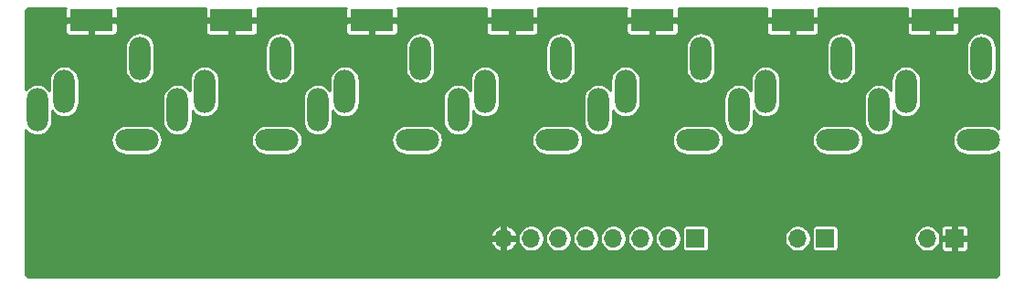
<source format=gbr>
%TF.GenerationSoftware,KiCad,Pcbnew,5.1.9+dfsg1-1*%
%TF.CreationDate,2021-03-30T03:15:21-07:00*%
%TF.ProjectId,hygrometer_connector_board,68796772-6f6d-4657-9465-725f636f6e6e,1.0*%
%TF.SameCoordinates,Original*%
%TF.FileFunction,Copper,L2,Bot*%
%TF.FilePolarity,Positive*%
%FSLAX46Y46*%
G04 Gerber Fmt 4.6, Leading zero omitted, Abs format (unit mm)*
G04 Created by KiCad (PCBNEW 5.1.9+dfsg1-1) date 2021-03-30 03:15:21*
%MOMM*%
%LPD*%
G01*
G04 APERTURE LIST*
%TA.AperFunction,ComponentPad*%
%ADD10O,1.700000X1.700000*%
%TD*%
%TA.AperFunction,ComponentPad*%
%ADD11R,1.700000X1.700000*%
%TD*%
%TA.AperFunction,ComponentPad*%
%ADD12O,2.000000X4.000000*%
%TD*%
%TA.AperFunction,ComponentPad*%
%ADD13O,4.000000X2.000000*%
%TD*%
%TA.AperFunction,ComponentPad*%
%ADD14R,4.000000X2.000000*%
%TD*%
%TA.AperFunction,ViaPad*%
%ADD15C,0.800000*%
%TD*%
%TA.AperFunction,Conductor*%
%ADD16C,0.250000*%
%TD*%
%TA.AperFunction,Conductor*%
%ADD17C,0.100000*%
%TD*%
G04 APERTURE END LIST*
D10*
%TO.P,J10,2*%
%TO.N,VCC*%
X172460000Y-122000000D03*
D11*
%TO.P,J10,1*%
%TO.N,Net-(J10-Pad1)*%
X175000000Y-122000000D03*
%TD*%
D10*
%TO.P,J9,2*%
%TO.N,Net-(J10-Pad1)*%
X184460000Y-122000000D03*
D11*
%TO.P,J9,1*%
%TO.N,GND*%
X187000000Y-122000000D03*
%TD*%
D10*
%TO.P,J8,8*%
%TO.N,GND*%
X145220000Y-122000000D03*
%TO.P,J8,7*%
%TO.N,/CH7*%
X147760000Y-122000000D03*
%TO.P,J8,6*%
%TO.N,/CH6*%
X150300000Y-122000000D03*
%TO.P,J8,5*%
%TO.N,/CH5*%
X152840000Y-122000000D03*
%TO.P,J8,4*%
%TO.N,/CH4*%
X155380000Y-122000000D03*
%TO.P,J8,3*%
%TO.N,/CH3*%
X157920000Y-122000000D03*
%TO.P,J8,2*%
%TO.N,/CH2*%
X160460000Y-122000000D03*
D11*
%TO.P,J8,1*%
%TO.N,/CH1*%
X163000000Y-122000000D03*
%TD*%
D12*
%TO.P,J7,T*%
%TO.N,VCC*%
X111500000Y-105300000D03*
D13*
%TO.P,J7,TN*%
%TO.N,N/C*%
X111200000Y-112900000D03*
D12*
%TO.P,J7,RN*%
X104500000Y-108400000D03*
%TO.P,J7,R*%
%TO.N,/CH7*%
X102000000Y-110100000D03*
D14*
%TO.P,J7,S*%
%TO.N,GND*%
X107000000Y-101800000D03*
%TD*%
D12*
%TO.P,J6,T*%
%TO.N,VCC*%
X124500000Y-105300000D03*
D13*
%TO.P,J6,TN*%
%TO.N,N/C*%
X124200000Y-112900000D03*
D12*
%TO.P,J6,RN*%
X117500000Y-108400000D03*
%TO.P,J6,R*%
%TO.N,/CH6*%
X115000000Y-110100000D03*
D14*
%TO.P,J6,S*%
%TO.N,GND*%
X120000000Y-101800000D03*
%TD*%
D12*
%TO.P,J5,T*%
%TO.N,VCC*%
X137500000Y-105300000D03*
D13*
%TO.P,J5,TN*%
%TO.N,N/C*%
X137200000Y-112900000D03*
D12*
%TO.P,J5,RN*%
X130500000Y-108400000D03*
%TO.P,J5,R*%
%TO.N,/CH5*%
X128000000Y-110100000D03*
D14*
%TO.P,J5,S*%
%TO.N,GND*%
X133000000Y-101800000D03*
%TD*%
D12*
%TO.P,J4,T*%
%TO.N,VCC*%
X150500000Y-105300000D03*
D13*
%TO.P,J4,TN*%
%TO.N,N/C*%
X150200000Y-112900000D03*
D12*
%TO.P,J4,RN*%
X143500000Y-108400000D03*
%TO.P,J4,R*%
%TO.N,/CH4*%
X141000000Y-110100000D03*
D14*
%TO.P,J4,S*%
%TO.N,GND*%
X146000000Y-101800000D03*
%TD*%
D12*
%TO.P,J3,T*%
%TO.N,VCC*%
X163500000Y-105300000D03*
D13*
%TO.P,J3,TN*%
%TO.N,N/C*%
X163200000Y-112900000D03*
D12*
%TO.P,J3,RN*%
X156500000Y-108400000D03*
%TO.P,J3,R*%
%TO.N,/CH3*%
X154000000Y-110100000D03*
D14*
%TO.P,J3,S*%
%TO.N,GND*%
X159000000Y-101800000D03*
%TD*%
D12*
%TO.P,J2,T*%
%TO.N,VCC*%
X176500000Y-105300000D03*
D13*
%TO.P,J2,TN*%
%TO.N,N/C*%
X176200000Y-112900000D03*
D12*
%TO.P,J2,RN*%
X169500000Y-108400000D03*
%TO.P,J2,R*%
%TO.N,/CH2*%
X167000000Y-110100000D03*
D14*
%TO.P,J2,S*%
%TO.N,GND*%
X172000000Y-101800000D03*
%TD*%
D12*
%TO.P,J1,T*%
%TO.N,VCC*%
X189500000Y-105300000D03*
D13*
%TO.P,J1,TN*%
%TO.N,N/C*%
X189200000Y-112900000D03*
D12*
%TO.P,J1,RN*%
X182500000Y-108400000D03*
%TO.P,J1,R*%
%TO.N,/CH1*%
X180000000Y-110100000D03*
D14*
%TO.P,J1,S*%
%TO.N,GND*%
X185000000Y-101800000D03*
%TD*%
D15*
%TO.N,GND*%
X173250000Y-109250000D03*
X134750000Y-109500000D03*
X121750000Y-109500000D03*
X110000000Y-109750000D03*
X115750000Y-117000000D03*
X128500000Y-117000000D03*
X142000000Y-114750000D03*
X147750000Y-110500000D03*
X157500000Y-114000000D03*
X161250000Y-109750000D03*
%TD*%
D16*
%TO.N,GND*%
X104581150Y-100716686D02*
X104572944Y-100800000D01*
X104575000Y-101518750D01*
X104681250Y-101625000D01*
X106825000Y-101625000D01*
X106825000Y-101605000D01*
X107175000Y-101605000D01*
X107175000Y-101625000D01*
X109318750Y-101625000D01*
X109425000Y-101518750D01*
X109427056Y-100800000D01*
X109418850Y-100716686D01*
X109406205Y-100675000D01*
X117593795Y-100675000D01*
X117581150Y-100716686D01*
X117572944Y-100800000D01*
X117575000Y-101518750D01*
X117681250Y-101625000D01*
X119825000Y-101625000D01*
X119825000Y-101605000D01*
X120175000Y-101605000D01*
X120175000Y-101625000D01*
X122318750Y-101625000D01*
X122425000Y-101518750D01*
X122427056Y-100800000D01*
X122418850Y-100716686D01*
X122406205Y-100675000D01*
X130593795Y-100675000D01*
X130581150Y-100716686D01*
X130572944Y-100800000D01*
X130575000Y-101518750D01*
X130681250Y-101625000D01*
X132825000Y-101625000D01*
X132825000Y-101605000D01*
X133175000Y-101605000D01*
X133175000Y-101625000D01*
X135318750Y-101625000D01*
X135425000Y-101518750D01*
X135427056Y-100800000D01*
X135418850Y-100716686D01*
X135406205Y-100675000D01*
X143593795Y-100675000D01*
X143581150Y-100716686D01*
X143572944Y-100800000D01*
X143575000Y-101518750D01*
X143681250Y-101625000D01*
X145825000Y-101625000D01*
X145825000Y-101605000D01*
X146175000Y-101605000D01*
X146175000Y-101625000D01*
X148318750Y-101625000D01*
X148425000Y-101518750D01*
X148427056Y-100800000D01*
X148418850Y-100716686D01*
X148406205Y-100675000D01*
X156593795Y-100675000D01*
X156581150Y-100716686D01*
X156572944Y-100800000D01*
X156575000Y-101518750D01*
X156681250Y-101625000D01*
X158825000Y-101625000D01*
X158825000Y-101605000D01*
X159175000Y-101605000D01*
X159175000Y-101625000D01*
X161318750Y-101625000D01*
X161425000Y-101518750D01*
X161427056Y-100800000D01*
X161418850Y-100716686D01*
X161406205Y-100675000D01*
X169593795Y-100675000D01*
X169581150Y-100716686D01*
X169572944Y-100800000D01*
X169575000Y-101518750D01*
X169681250Y-101625000D01*
X171825000Y-101625000D01*
X171825000Y-101605000D01*
X172175000Y-101605000D01*
X172175000Y-101625000D01*
X174318750Y-101625000D01*
X174425000Y-101518750D01*
X174427056Y-100800000D01*
X174418850Y-100716686D01*
X174406205Y-100675000D01*
X182593795Y-100675000D01*
X182581150Y-100716686D01*
X182572944Y-100800000D01*
X182575000Y-101518750D01*
X182681250Y-101625000D01*
X184825000Y-101625000D01*
X184825000Y-101605000D01*
X185175000Y-101605000D01*
X185175000Y-101625000D01*
X187318750Y-101625000D01*
X187425000Y-101518750D01*
X187427056Y-100800000D01*
X187418850Y-100716686D01*
X187406205Y-100675000D01*
X190729209Y-100675000D01*
X190812736Y-100683190D01*
X190873071Y-100701406D01*
X190928723Y-100730996D01*
X190977571Y-100770836D01*
X191017746Y-100819400D01*
X191047725Y-100874845D01*
X191066365Y-100935060D01*
X191075000Y-101017214D01*
X191075000Y-111839335D01*
X190967605Y-111751198D01*
X190728736Y-111623519D01*
X190469547Y-111544895D01*
X190267549Y-111525000D01*
X188132451Y-111525000D01*
X187930453Y-111544895D01*
X187671264Y-111623519D01*
X187432395Y-111751198D01*
X187223024Y-111923024D01*
X187051198Y-112132395D01*
X186923519Y-112371264D01*
X186844895Y-112630453D01*
X186818347Y-112900000D01*
X186844895Y-113169547D01*
X186923519Y-113428736D01*
X187051198Y-113667605D01*
X187223024Y-113876976D01*
X187432395Y-114048802D01*
X187671264Y-114176481D01*
X187930453Y-114255105D01*
X188132451Y-114275000D01*
X190267549Y-114275000D01*
X190469547Y-114255105D01*
X190728736Y-114176481D01*
X190967605Y-114048802D01*
X191075001Y-113960665D01*
X191075001Y-125229198D01*
X191066810Y-125312736D01*
X191048594Y-125373071D01*
X191019004Y-125428722D01*
X190979165Y-125477569D01*
X190930599Y-125517747D01*
X190875155Y-125547725D01*
X190814940Y-125566365D01*
X190732786Y-125575000D01*
X101270791Y-125575000D01*
X101187264Y-125566810D01*
X101126929Y-125548594D01*
X101071278Y-125519004D01*
X101022431Y-125479165D01*
X100982253Y-125430599D01*
X100952275Y-125375155D01*
X100933635Y-125314940D01*
X100925000Y-125232786D01*
X100925000Y-122370413D01*
X143999984Y-122370413D01*
X144095690Y-122601309D01*
X144234603Y-122809097D01*
X144411384Y-122985792D01*
X144619240Y-123124603D01*
X144849588Y-123220008D01*
X145045000Y-123155574D01*
X145045000Y-122175000D01*
X145395000Y-122175000D01*
X145395000Y-123155574D01*
X145590412Y-123220008D01*
X145820760Y-123124603D01*
X146028616Y-122985792D01*
X146205397Y-122809097D01*
X146344310Y-122601309D01*
X146440016Y-122370413D01*
X146376691Y-122175000D01*
X145395000Y-122175000D01*
X145045000Y-122175000D01*
X144063309Y-122175000D01*
X143999984Y-122370413D01*
X100925000Y-122370413D01*
X100925000Y-121879348D01*
X146535000Y-121879348D01*
X146535000Y-122120652D01*
X146582076Y-122357319D01*
X146674419Y-122580255D01*
X146808481Y-122780892D01*
X146979108Y-122951519D01*
X147179745Y-123085581D01*
X147402681Y-123177924D01*
X147639348Y-123225000D01*
X147880652Y-123225000D01*
X148117319Y-123177924D01*
X148340255Y-123085581D01*
X148540892Y-122951519D01*
X148711519Y-122780892D01*
X148845581Y-122580255D01*
X148937924Y-122357319D01*
X148985000Y-122120652D01*
X148985000Y-121879348D01*
X149075000Y-121879348D01*
X149075000Y-122120652D01*
X149122076Y-122357319D01*
X149214419Y-122580255D01*
X149348481Y-122780892D01*
X149519108Y-122951519D01*
X149719745Y-123085581D01*
X149942681Y-123177924D01*
X150179348Y-123225000D01*
X150420652Y-123225000D01*
X150657319Y-123177924D01*
X150880255Y-123085581D01*
X151080892Y-122951519D01*
X151251519Y-122780892D01*
X151385581Y-122580255D01*
X151477924Y-122357319D01*
X151525000Y-122120652D01*
X151525000Y-121879348D01*
X151615000Y-121879348D01*
X151615000Y-122120652D01*
X151662076Y-122357319D01*
X151754419Y-122580255D01*
X151888481Y-122780892D01*
X152059108Y-122951519D01*
X152259745Y-123085581D01*
X152482681Y-123177924D01*
X152719348Y-123225000D01*
X152960652Y-123225000D01*
X153197319Y-123177924D01*
X153420255Y-123085581D01*
X153620892Y-122951519D01*
X153791519Y-122780892D01*
X153925581Y-122580255D01*
X154017924Y-122357319D01*
X154065000Y-122120652D01*
X154065000Y-121879348D01*
X154155000Y-121879348D01*
X154155000Y-122120652D01*
X154202076Y-122357319D01*
X154294419Y-122580255D01*
X154428481Y-122780892D01*
X154599108Y-122951519D01*
X154799745Y-123085581D01*
X155022681Y-123177924D01*
X155259348Y-123225000D01*
X155500652Y-123225000D01*
X155737319Y-123177924D01*
X155960255Y-123085581D01*
X156160892Y-122951519D01*
X156331519Y-122780892D01*
X156465581Y-122580255D01*
X156557924Y-122357319D01*
X156605000Y-122120652D01*
X156605000Y-121879348D01*
X156695000Y-121879348D01*
X156695000Y-122120652D01*
X156742076Y-122357319D01*
X156834419Y-122580255D01*
X156968481Y-122780892D01*
X157139108Y-122951519D01*
X157339745Y-123085581D01*
X157562681Y-123177924D01*
X157799348Y-123225000D01*
X158040652Y-123225000D01*
X158277319Y-123177924D01*
X158500255Y-123085581D01*
X158700892Y-122951519D01*
X158871519Y-122780892D01*
X159005581Y-122580255D01*
X159097924Y-122357319D01*
X159145000Y-122120652D01*
X159145000Y-121879348D01*
X159235000Y-121879348D01*
X159235000Y-122120652D01*
X159282076Y-122357319D01*
X159374419Y-122580255D01*
X159508481Y-122780892D01*
X159679108Y-122951519D01*
X159879745Y-123085581D01*
X160102681Y-123177924D01*
X160339348Y-123225000D01*
X160580652Y-123225000D01*
X160817319Y-123177924D01*
X161040255Y-123085581D01*
X161240892Y-122951519D01*
X161411519Y-122780892D01*
X161545581Y-122580255D01*
X161637924Y-122357319D01*
X161685000Y-122120652D01*
X161685000Y-121879348D01*
X161637924Y-121642681D01*
X161545581Y-121419745D01*
X161411519Y-121219108D01*
X161342411Y-121150000D01*
X161773186Y-121150000D01*
X161773186Y-122850000D01*
X161780426Y-122923513D01*
X161801869Y-122994200D01*
X161836691Y-123059347D01*
X161883552Y-123116448D01*
X161940653Y-123163309D01*
X162005800Y-123198131D01*
X162076487Y-123219574D01*
X162150000Y-123226814D01*
X163850000Y-123226814D01*
X163923513Y-123219574D01*
X163994200Y-123198131D01*
X164059347Y-123163309D01*
X164116448Y-123116448D01*
X164163309Y-123059347D01*
X164198131Y-122994200D01*
X164219574Y-122923513D01*
X164226814Y-122850000D01*
X164226814Y-121879348D01*
X171235000Y-121879348D01*
X171235000Y-122120652D01*
X171282076Y-122357319D01*
X171374419Y-122580255D01*
X171508481Y-122780892D01*
X171679108Y-122951519D01*
X171879745Y-123085581D01*
X172102681Y-123177924D01*
X172339348Y-123225000D01*
X172580652Y-123225000D01*
X172817319Y-123177924D01*
X173040255Y-123085581D01*
X173240892Y-122951519D01*
X173411519Y-122780892D01*
X173545581Y-122580255D01*
X173637924Y-122357319D01*
X173685000Y-122120652D01*
X173685000Y-121879348D01*
X173637924Y-121642681D01*
X173545581Y-121419745D01*
X173411519Y-121219108D01*
X173342411Y-121150000D01*
X173773186Y-121150000D01*
X173773186Y-122850000D01*
X173780426Y-122923513D01*
X173801869Y-122994200D01*
X173836691Y-123059347D01*
X173883552Y-123116448D01*
X173940653Y-123163309D01*
X174005800Y-123198131D01*
X174076487Y-123219574D01*
X174150000Y-123226814D01*
X175850000Y-123226814D01*
X175923513Y-123219574D01*
X175994200Y-123198131D01*
X176059347Y-123163309D01*
X176116448Y-123116448D01*
X176163309Y-123059347D01*
X176198131Y-122994200D01*
X176219574Y-122923513D01*
X176226814Y-122850000D01*
X176226814Y-121879348D01*
X183235000Y-121879348D01*
X183235000Y-122120652D01*
X183282076Y-122357319D01*
X183374419Y-122580255D01*
X183508481Y-122780892D01*
X183679108Y-122951519D01*
X183879745Y-123085581D01*
X184102681Y-123177924D01*
X184339348Y-123225000D01*
X184580652Y-123225000D01*
X184817319Y-123177924D01*
X185040255Y-123085581D01*
X185240892Y-122951519D01*
X185342411Y-122850000D01*
X185722944Y-122850000D01*
X185731150Y-122933314D01*
X185755452Y-123013427D01*
X185794916Y-123087260D01*
X185848026Y-123151974D01*
X185912740Y-123205084D01*
X185986573Y-123244548D01*
X186066686Y-123268850D01*
X186150000Y-123277056D01*
X186718750Y-123275000D01*
X186825000Y-123168750D01*
X186825000Y-122175000D01*
X187175000Y-122175000D01*
X187175000Y-123168750D01*
X187281250Y-123275000D01*
X187850000Y-123277056D01*
X187933314Y-123268850D01*
X188013427Y-123244548D01*
X188087260Y-123205084D01*
X188151974Y-123151974D01*
X188205084Y-123087260D01*
X188244548Y-123013427D01*
X188268850Y-122933314D01*
X188277056Y-122850000D01*
X188275000Y-122281250D01*
X188168750Y-122175000D01*
X187175000Y-122175000D01*
X186825000Y-122175000D01*
X185831250Y-122175000D01*
X185725000Y-122281250D01*
X185722944Y-122850000D01*
X185342411Y-122850000D01*
X185411519Y-122780892D01*
X185545581Y-122580255D01*
X185637924Y-122357319D01*
X185685000Y-122120652D01*
X185685000Y-121879348D01*
X185637924Y-121642681D01*
X185545581Y-121419745D01*
X185411519Y-121219108D01*
X185342411Y-121150000D01*
X185722944Y-121150000D01*
X185725000Y-121718750D01*
X185831250Y-121825000D01*
X186825000Y-121825000D01*
X186825000Y-120831250D01*
X187175000Y-120831250D01*
X187175000Y-121825000D01*
X188168750Y-121825000D01*
X188275000Y-121718750D01*
X188277056Y-121150000D01*
X188268850Y-121066686D01*
X188244548Y-120986573D01*
X188205084Y-120912740D01*
X188151974Y-120848026D01*
X188087260Y-120794916D01*
X188013427Y-120755452D01*
X187933314Y-120731150D01*
X187850000Y-120722944D01*
X187281250Y-120725000D01*
X187175000Y-120831250D01*
X186825000Y-120831250D01*
X186718750Y-120725000D01*
X186150000Y-120722944D01*
X186066686Y-120731150D01*
X185986573Y-120755452D01*
X185912740Y-120794916D01*
X185848026Y-120848026D01*
X185794916Y-120912740D01*
X185755452Y-120986573D01*
X185731150Y-121066686D01*
X185722944Y-121150000D01*
X185342411Y-121150000D01*
X185240892Y-121048481D01*
X185040255Y-120914419D01*
X184817319Y-120822076D01*
X184580652Y-120775000D01*
X184339348Y-120775000D01*
X184102681Y-120822076D01*
X183879745Y-120914419D01*
X183679108Y-121048481D01*
X183508481Y-121219108D01*
X183374419Y-121419745D01*
X183282076Y-121642681D01*
X183235000Y-121879348D01*
X176226814Y-121879348D01*
X176226814Y-121150000D01*
X176219574Y-121076487D01*
X176198131Y-121005800D01*
X176163309Y-120940653D01*
X176116448Y-120883552D01*
X176059347Y-120836691D01*
X175994200Y-120801869D01*
X175923513Y-120780426D01*
X175850000Y-120773186D01*
X174150000Y-120773186D01*
X174076487Y-120780426D01*
X174005800Y-120801869D01*
X173940653Y-120836691D01*
X173883552Y-120883552D01*
X173836691Y-120940653D01*
X173801869Y-121005800D01*
X173780426Y-121076487D01*
X173773186Y-121150000D01*
X173342411Y-121150000D01*
X173240892Y-121048481D01*
X173040255Y-120914419D01*
X172817319Y-120822076D01*
X172580652Y-120775000D01*
X172339348Y-120775000D01*
X172102681Y-120822076D01*
X171879745Y-120914419D01*
X171679108Y-121048481D01*
X171508481Y-121219108D01*
X171374419Y-121419745D01*
X171282076Y-121642681D01*
X171235000Y-121879348D01*
X164226814Y-121879348D01*
X164226814Y-121150000D01*
X164219574Y-121076487D01*
X164198131Y-121005800D01*
X164163309Y-120940653D01*
X164116448Y-120883552D01*
X164059347Y-120836691D01*
X163994200Y-120801869D01*
X163923513Y-120780426D01*
X163850000Y-120773186D01*
X162150000Y-120773186D01*
X162076487Y-120780426D01*
X162005800Y-120801869D01*
X161940653Y-120836691D01*
X161883552Y-120883552D01*
X161836691Y-120940653D01*
X161801869Y-121005800D01*
X161780426Y-121076487D01*
X161773186Y-121150000D01*
X161342411Y-121150000D01*
X161240892Y-121048481D01*
X161040255Y-120914419D01*
X160817319Y-120822076D01*
X160580652Y-120775000D01*
X160339348Y-120775000D01*
X160102681Y-120822076D01*
X159879745Y-120914419D01*
X159679108Y-121048481D01*
X159508481Y-121219108D01*
X159374419Y-121419745D01*
X159282076Y-121642681D01*
X159235000Y-121879348D01*
X159145000Y-121879348D01*
X159097924Y-121642681D01*
X159005581Y-121419745D01*
X158871519Y-121219108D01*
X158700892Y-121048481D01*
X158500255Y-120914419D01*
X158277319Y-120822076D01*
X158040652Y-120775000D01*
X157799348Y-120775000D01*
X157562681Y-120822076D01*
X157339745Y-120914419D01*
X157139108Y-121048481D01*
X156968481Y-121219108D01*
X156834419Y-121419745D01*
X156742076Y-121642681D01*
X156695000Y-121879348D01*
X156605000Y-121879348D01*
X156557924Y-121642681D01*
X156465581Y-121419745D01*
X156331519Y-121219108D01*
X156160892Y-121048481D01*
X155960255Y-120914419D01*
X155737319Y-120822076D01*
X155500652Y-120775000D01*
X155259348Y-120775000D01*
X155022681Y-120822076D01*
X154799745Y-120914419D01*
X154599108Y-121048481D01*
X154428481Y-121219108D01*
X154294419Y-121419745D01*
X154202076Y-121642681D01*
X154155000Y-121879348D01*
X154065000Y-121879348D01*
X154017924Y-121642681D01*
X153925581Y-121419745D01*
X153791519Y-121219108D01*
X153620892Y-121048481D01*
X153420255Y-120914419D01*
X153197319Y-120822076D01*
X152960652Y-120775000D01*
X152719348Y-120775000D01*
X152482681Y-120822076D01*
X152259745Y-120914419D01*
X152059108Y-121048481D01*
X151888481Y-121219108D01*
X151754419Y-121419745D01*
X151662076Y-121642681D01*
X151615000Y-121879348D01*
X151525000Y-121879348D01*
X151477924Y-121642681D01*
X151385581Y-121419745D01*
X151251519Y-121219108D01*
X151080892Y-121048481D01*
X150880255Y-120914419D01*
X150657319Y-120822076D01*
X150420652Y-120775000D01*
X150179348Y-120775000D01*
X149942681Y-120822076D01*
X149719745Y-120914419D01*
X149519108Y-121048481D01*
X149348481Y-121219108D01*
X149214419Y-121419745D01*
X149122076Y-121642681D01*
X149075000Y-121879348D01*
X148985000Y-121879348D01*
X148937924Y-121642681D01*
X148845581Y-121419745D01*
X148711519Y-121219108D01*
X148540892Y-121048481D01*
X148340255Y-120914419D01*
X148117319Y-120822076D01*
X147880652Y-120775000D01*
X147639348Y-120775000D01*
X147402681Y-120822076D01*
X147179745Y-120914419D01*
X146979108Y-121048481D01*
X146808481Y-121219108D01*
X146674419Y-121419745D01*
X146582076Y-121642681D01*
X146535000Y-121879348D01*
X100925000Y-121879348D01*
X100925000Y-121629587D01*
X143999984Y-121629587D01*
X144063309Y-121825000D01*
X145045000Y-121825000D01*
X145045000Y-120844426D01*
X145395000Y-120844426D01*
X145395000Y-121825000D01*
X146376691Y-121825000D01*
X146440016Y-121629587D01*
X146344310Y-121398691D01*
X146205397Y-121190903D01*
X146028616Y-121014208D01*
X145820760Y-120875397D01*
X145590412Y-120779992D01*
X145395000Y-120844426D01*
X145045000Y-120844426D01*
X144849588Y-120779992D01*
X144619240Y-120875397D01*
X144411384Y-121014208D01*
X144234603Y-121190903D01*
X144095690Y-121398691D01*
X143999984Y-121629587D01*
X100925000Y-121629587D01*
X100925000Y-112900000D01*
X108818347Y-112900000D01*
X108844895Y-113169547D01*
X108923519Y-113428736D01*
X109051198Y-113667605D01*
X109223024Y-113876976D01*
X109432395Y-114048802D01*
X109671264Y-114176481D01*
X109930453Y-114255105D01*
X110132451Y-114275000D01*
X112267549Y-114275000D01*
X112469547Y-114255105D01*
X112728736Y-114176481D01*
X112967605Y-114048802D01*
X113176976Y-113876976D01*
X113348802Y-113667605D01*
X113476481Y-113428736D01*
X113555105Y-113169547D01*
X113581653Y-112900000D01*
X121818347Y-112900000D01*
X121844895Y-113169547D01*
X121923519Y-113428736D01*
X122051198Y-113667605D01*
X122223024Y-113876976D01*
X122432395Y-114048802D01*
X122671264Y-114176481D01*
X122930453Y-114255105D01*
X123132451Y-114275000D01*
X125267549Y-114275000D01*
X125469547Y-114255105D01*
X125728736Y-114176481D01*
X125967605Y-114048802D01*
X126176976Y-113876976D01*
X126348802Y-113667605D01*
X126476481Y-113428736D01*
X126555105Y-113169547D01*
X126581653Y-112900000D01*
X134818347Y-112900000D01*
X134844895Y-113169547D01*
X134923519Y-113428736D01*
X135051198Y-113667605D01*
X135223024Y-113876976D01*
X135432395Y-114048802D01*
X135671264Y-114176481D01*
X135930453Y-114255105D01*
X136132451Y-114275000D01*
X138267549Y-114275000D01*
X138469547Y-114255105D01*
X138728736Y-114176481D01*
X138967605Y-114048802D01*
X139176976Y-113876976D01*
X139348802Y-113667605D01*
X139476481Y-113428736D01*
X139555105Y-113169547D01*
X139581653Y-112900000D01*
X147818347Y-112900000D01*
X147844895Y-113169547D01*
X147923519Y-113428736D01*
X148051198Y-113667605D01*
X148223024Y-113876976D01*
X148432395Y-114048802D01*
X148671264Y-114176481D01*
X148930453Y-114255105D01*
X149132451Y-114275000D01*
X151267549Y-114275000D01*
X151469547Y-114255105D01*
X151728736Y-114176481D01*
X151967605Y-114048802D01*
X152176976Y-113876976D01*
X152348802Y-113667605D01*
X152476481Y-113428736D01*
X152555105Y-113169547D01*
X152581653Y-112900000D01*
X160818347Y-112900000D01*
X160844895Y-113169547D01*
X160923519Y-113428736D01*
X161051198Y-113667605D01*
X161223024Y-113876976D01*
X161432395Y-114048802D01*
X161671264Y-114176481D01*
X161930453Y-114255105D01*
X162132451Y-114275000D01*
X164267549Y-114275000D01*
X164469547Y-114255105D01*
X164728736Y-114176481D01*
X164967605Y-114048802D01*
X165176976Y-113876976D01*
X165348802Y-113667605D01*
X165476481Y-113428736D01*
X165555105Y-113169547D01*
X165581653Y-112900000D01*
X173818347Y-112900000D01*
X173844895Y-113169547D01*
X173923519Y-113428736D01*
X174051198Y-113667605D01*
X174223024Y-113876976D01*
X174432395Y-114048802D01*
X174671264Y-114176481D01*
X174930453Y-114255105D01*
X175132451Y-114275000D01*
X177267549Y-114275000D01*
X177469547Y-114255105D01*
X177728736Y-114176481D01*
X177967605Y-114048802D01*
X178176976Y-113876976D01*
X178348802Y-113667605D01*
X178476481Y-113428736D01*
X178555105Y-113169547D01*
X178581653Y-112900000D01*
X178555105Y-112630453D01*
X178476481Y-112371264D01*
X178348802Y-112132395D01*
X178176976Y-111923024D01*
X177967605Y-111751198D01*
X177728736Y-111623519D01*
X177469547Y-111544895D01*
X177267549Y-111525000D01*
X175132451Y-111525000D01*
X174930453Y-111544895D01*
X174671264Y-111623519D01*
X174432395Y-111751198D01*
X174223024Y-111923024D01*
X174051198Y-112132395D01*
X173923519Y-112371264D01*
X173844895Y-112630453D01*
X173818347Y-112900000D01*
X165581653Y-112900000D01*
X165555105Y-112630453D01*
X165476481Y-112371264D01*
X165348802Y-112132395D01*
X165176976Y-111923024D01*
X164967605Y-111751198D01*
X164728736Y-111623519D01*
X164469547Y-111544895D01*
X164267549Y-111525000D01*
X162132451Y-111525000D01*
X161930453Y-111544895D01*
X161671264Y-111623519D01*
X161432395Y-111751198D01*
X161223024Y-111923024D01*
X161051198Y-112132395D01*
X160923519Y-112371264D01*
X160844895Y-112630453D01*
X160818347Y-112900000D01*
X152581653Y-112900000D01*
X152555105Y-112630453D01*
X152476481Y-112371264D01*
X152348802Y-112132395D01*
X152176976Y-111923024D01*
X151967605Y-111751198D01*
X151728736Y-111623519D01*
X151469547Y-111544895D01*
X151267549Y-111525000D01*
X149132451Y-111525000D01*
X148930453Y-111544895D01*
X148671264Y-111623519D01*
X148432395Y-111751198D01*
X148223024Y-111923024D01*
X148051198Y-112132395D01*
X147923519Y-112371264D01*
X147844895Y-112630453D01*
X147818347Y-112900000D01*
X139581653Y-112900000D01*
X139555105Y-112630453D01*
X139476481Y-112371264D01*
X139348802Y-112132395D01*
X139176976Y-111923024D01*
X138967605Y-111751198D01*
X138728736Y-111623519D01*
X138469547Y-111544895D01*
X138267549Y-111525000D01*
X136132451Y-111525000D01*
X135930453Y-111544895D01*
X135671264Y-111623519D01*
X135432395Y-111751198D01*
X135223024Y-111923024D01*
X135051198Y-112132395D01*
X134923519Y-112371264D01*
X134844895Y-112630453D01*
X134818347Y-112900000D01*
X126581653Y-112900000D01*
X126555105Y-112630453D01*
X126476481Y-112371264D01*
X126348802Y-112132395D01*
X126176976Y-111923024D01*
X125967605Y-111751198D01*
X125728736Y-111623519D01*
X125469547Y-111544895D01*
X125267549Y-111525000D01*
X123132451Y-111525000D01*
X122930453Y-111544895D01*
X122671264Y-111623519D01*
X122432395Y-111751198D01*
X122223024Y-111923024D01*
X122051198Y-112132395D01*
X121923519Y-112371264D01*
X121844895Y-112630453D01*
X121818347Y-112900000D01*
X113581653Y-112900000D01*
X113555105Y-112630453D01*
X113476481Y-112371264D01*
X113348802Y-112132395D01*
X113176976Y-111923024D01*
X112967605Y-111751198D01*
X112728736Y-111623519D01*
X112469547Y-111544895D01*
X112267549Y-111525000D01*
X110132451Y-111525000D01*
X109930453Y-111544895D01*
X109671264Y-111623519D01*
X109432395Y-111751198D01*
X109223024Y-111923024D01*
X109051198Y-112132395D01*
X108923519Y-112371264D01*
X108844895Y-112630453D01*
X108818347Y-112900000D01*
X100925000Y-112900000D01*
X100925000Y-111957532D01*
X101023024Y-112076975D01*
X101232395Y-112248802D01*
X101471264Y-112376481D01*
X101730453Y-112455105D01*
X102000000Y-112481653D01*
X102269546Y-112455105D01*
X102528735Y-112376481D01*
X102767604Y-112248802D01*
X102976975Y-112076976D01*
X103148802Y-111867605D01*
X103276481Y-111628736D01*
X103355105Y-111369547D01*
X103375000Y-111167549D01*
X103375000Y-111167548D01*
X113625000Y-111167548D01*
X113644895Y-111369546D01*
X113723519Y-111628735D01*
X113851198Y-111867604D01*
X114023024Y-112076975D01*
X114232395Y-112248802D01*
X114471264Y-112376481D01*
X114730453Y-112455105D01*
X115000000Y-112481653D01*
X115269546Y-112455105D01*
X115528735Y-112376481D01*
X115767604Y-112248802D01*
X115976975Y-112076976D01*
X116148802Y-111867605D01*
X116276481Y-111628736D01*
X116355105Y-111369547D01*
X116375000Y-111167549D01*
X116375000Y-111167548D01*
X126625000Y-111167548D01*
X126644895Y-111369546D01*
X126723519Y-111628735D01*
X126851198Y-111867604D01*
X127023024Y-112076975D01*
X127232395Y-112248802D01*
X127471264Y-112376481D01*
X127730453Y-112455105D01*
X128000000Y-112481653D01*
X128269546Y-112455105D01*
X128528735Y-112376481D01*
X128767604Y-112248802D01*
X128976975Y-112076976D01*
X129148802Y-111867605D01*
X129276481Y-111628736D01*
X129355105Y-111369547D01*
X129375000Y-111167549D01*
X129375000Y-111167548D01*
X139625000Y-111167548D01*
X139644895Y-111369546D01*
X139723519Y-111628735D01*
X139851198Y-111867604D01*
X140023024Y-112076975D01*
X140232395Y-112248802D01*
X140471264Y-112376481D01*
X140730453Y-112455105D01*
X141000000Y-112481653D01*
X141269546Y-112455105D01*
X141528735Y-112376481D01*
X141767604Y-112248802D01*
X141976975Y-112076976D01*
X142148802Y-111867605D01*
X142276481Y-111628736D01*
X142355105Y-111369547D01*
X142375000Y-111167549D01*
X142375000Y-111167548D01*
X152625000Y-111167548D01*
X152644895Y-111369546D01*
X152723519Y-111628735D01*
X152851198Y-111867604D01*
X153023024Y-112076975D01*
X153232395Y-112248802D01*
X153471264Y-112376481D01*
X153730453Y-112455105D01*
X154000000Y-112481653D01*
X154269546Y-112455105D01*
X154528735Y-112376481D01*
X154767604Y-112248802D01*
X154976975Y-112076976D01*
X155148802Y-111867605D01*
X155276481Y-111628736D01*
X155355105Y-111369547D01*
X155375000Y-111167549D01*
X155375000Y-111167548D01*
X165625000Y-111167548D01*
X165644895Y-111369546D01*
X165723519Y-111628735D01*
X165851198Y-111867604D01*
X166023024Y-112076975D01*
X166232395Y-112248802D01*
X166471264Y-112376481D01*
X166730453Y-112455105D01*
X167000000Y-112481653D01*
X167269546Y-112455105D01*
X167528735Y-112376481D01*
X167767604Y-112248802D01*
X167976975Y-112076976D01*
X168148802Y-111867605D01*
X168276481Y-111628736D01*
X168355105Y-111369547D01*
X168375000Y-111167549D01*
X168375000Y-111167548D01*
X178625000Y-111167548D01*
X178644895Y-111369546D01*
X178723519Y-111628735D01*
X178851198Y-111867604D01*
X179023024Y-112076975D01*
X179232395Y-112248802D01*
X179471264Y-112376481D01*
X179730453Y-112455105D01*
X180000000Y-112481653D01*
X180269546Y-112455105D01*
X180528735Y-112376481D01*
X180767604Y-112248802D01*
X180976975Y-112076976D01*
X181148802Y-111867605D01*
X181276481Y-111628736D01*
X181355105Y-111369547D01*
X181375000Y-111167549D01*
X181375000Y-110196607D01*
X181523024Y-110376975D01*
X181732395Y-110548802D01*
X181971264Y-110676481D01*
X182230453Y-110755105D01*
X182500000Y-110781653D01*
X182769546Y-110755105D01*
X183028735Y-110676481D01*
X183267604Y-110548802D01*
X183476975Y-110376976D01*
X183648802Y-110167605D01*
X183776481Y-109928736D01*
X183855105Y-109669547D01*
X183875000Y-109467549D01*
X183875000Y-107332451D01*
X183855105Y-107130453D01*
X183776481Y-106871264D01*
X183648802Y-106632395D01*
X183476976Y-106423024D01*
X183409379Y-106367548D01*
X188125000Y-106367548D01*
X188144895Y-106569546D01*
X188223519Y-106828735D01*
X188351198Y-107067604D01*
X188523024Y-107276975D01*
X188732395Y-107448802D01*
X188971264Y-107576481D01*
X189230453Y-107655105D01*
X189500000Y-107681653D01*
X189769546Y-107655105D01*
X190028735Y-107576481D01*
X190267604Y-107448802D01*
X190476975Y-107276976D01*
X190648802Y-107067605D01*
X190776481Y-106828736D01*
X190855105Y-106569547D01*
X190875000Y-106367549D01*
X190875000Y-104232451D01*
X190855105Y-104030453D01*
X190776481Y-103771264D01*
X190648802Y-103532395D01*
X190476976Y-103323024D01*
X190267605Y-103151198D01*
X190028736Y-103023519D01*
X189769547Y-102944895D01*
X189500000Y-102918347D01*
X189230454Y-102944895D01*
X188971265Y-103023519D01*
X188732396Y-103151198D01*
X188523025Y-103323024D01*
X188351199Y-103532395D01*
X188223520Y-103771264D01*
X188144896Y-104030453D01*
X188125001Y-104232451D01*
X188125000Y-106367548D01*
X183409379Y-106367548D01*
X183267605Y-106251198D01*
X183028736Y-106123519D01*
X182769547Y-106044895D01*
X182500000Y-106018347D01*
X182230454Y-106044895D01*
X181971265Y-106123519D01*
X181732396Y-106251198D01*
X181523025Y-106423024D01*
X181351199Y-106632395D01*
X181223520Y-106871264D01*
X181144896Y-107130453D01*
X181125001Y-107332451D01*
X181125001Y-108303393D01*
X180976976Y-108123024D01*
X180767605Y-107951198D01*
X180528736Y-107823519D01*
X180269547Y-107744895D01*
X180000000Y-107718347D01*
X179730454Y-107744895D01*
X179471265Y-107823519D01*
X179232396Y-107951198D01*
X179023025Y-108123024D01*
X178851199Y-108332395D01*
X178723520Y-108571264D01*
X178644896Y-108830453D01*
X178625001Y-109032451D01*
X178625000Y-111167548D01*
X168375000Y-111167548D01*
X168375000Y-110196607D01*
X168523024Y-110376975D01*
X168732395Y-110548802D01*
X168971264Y-110676481D01*
X169230453Y-110755105D01*
X169500000Y-110781653D01*
X169769546Y-110755105D01*
X170028735Y-110676481D01*
X170267604Y-110548802D01*
X170476975Y-110376976D01*
X170648802Y-110167605D01*
X170776481Y-109928736D01*
X170855105Y-109669547D01*
X170875000Y-109467549D01*
X170875000Y-107332451D01*
X170855105Y-107130453D01*
X170776481Y-106871264D01*
X170648802Y-106632395D01*
X170476976Y-106423024D01*
X170409379Y-106367548D01*
X175125000Y-106367548D01*
X175144895Y-106569546D01*
X175223519Y-106828735D01*
X175351198Y-107067604D01*
X175523024Y-107276975D01*
X175732395Y-107448802D01*
X175971264Y-107576481D01*
X176230453Y-107655105D01*
X176500000Y-107681653D01*
X176769546Y-107655105D01*
X177028735Y-107576481D01*
X177267604Y-107448802D01*
X177476975Y-107276976D01*
X177648802Y-107067605D01*
X177776481Y-106828736D01*
X177855105Y-106569547D01*
X177875000Y-106367549D01*
X177875000Y-104232451D01*
X177855105Y-104030453D01*
X177776481Y-103771264D01*
X177648802Y-103532395D01*
X177476976Y-103323024D01*
X177267605Y-103151198D01*
X177028736Y-103023519D01*
X176769547Y-102944895D01*
X176500000Y-102918347D01*
X176230454Y-102944895D01*
X175971265Y-103023519D01*
X175732396Y-103151198D01*
X175523025Y-103323024D01*
X175351199Y-103532395D01*
X175223520Y-103771264D01*
X175144896Y-104030453D01*
X175125001Y-104232451D01*
X175125000Y-106367548D01*
X170409379Y-106367548D01*
X170267605Y-106251198D01*
X170028736Y-106123519D01*
X169769547Y-106044895D01*
X169500000Y-106018347D01*
X169230454Y-106044895D01*
X168971265Y-106123519D01*
X168732396Y-106251198D01*
X168523025Y-106423024D01*
X168351199Y-106632395D01*
X168223520Y-106871264D01*
X168144896Y-107130453D01*
X168125001Y-107332451D01*
X168125001Y-108303393D01*
X167976976Y-108123024D01*
X167767605Y-107951198D01*
X167528736Y-107823519D01*
X167269547Y-107744895D01*
X167000000Y-107718347D01*
X166730454Y-107744895D01*
X166471265Y-107823519D01*
X166232396Y-107951198D01*
X166023025Y-108123024D01*
X165851199Y-108332395D01*
X165723520Y-108571264D01*
X165644896Y-108830453D01*
X165625001Y-109032451D01*
X165625000Y-111167548D01*
X155375000Y-111167548D01*
X155375000Y-110196607D01*
X155523024Y-110376975D01*
X155732395Y-110548802D01*
X155971264Y-110676481D01*
X156230453Y-110755105D01*
X156500000Y-110781653D01*
X156769546Y-110755105D01*
X157028735Y-110676481D01*
X157267604Y-110548802D01*
X157476975Y-110376976D01*
X157648802Y-110167605D01*
X157776481Y-109928736D01*
X157855105Y-109669547D01*
X157875000Y-109467549D01*
X157875000Y-107332451D01*
X157855105Y-107130453D01*
X157776481Y-106871264D01*
X157648802Y-106632395D01*
X157476976Y-106423024D01*
X157409379Y-106367548D01*
X162125000Y-106367548D01*
X162144895Y-106569546D01*
X162223519Y-106828735D01*
X162351198Y-107067604D01*
X162523024Y-107276975D01*
X162732395Y-107448802D01*
X162971264Y-107576481D01*
X163230453Y-107655105D01*
X163500000Y-107681653D01*
X163769546Y-107655105D01*
X164028735Y-107576481D01*
X164267604Y-107448802D01*
X164476975Y-107276976D01*
X164648802Y-107067605D01*
X164776481Y-106828736D01*
X164855105Y-106569547D01*
X164875000Y-106367549D01*
X164875000Y-104232451D01*
X164855105Y-104030453D01*
X164776481Y-103771264D01*
X164648802Y-103532395D01*
X164476976Y-103323024D01*
X164267605Y-103151198D01*
X164028736Y-103023519D01*
X163769547Y-102944895D01*
X163500000Y-102918347D01*
X163230454Y-102944895D01*
X162971265Y-103023519D01*
X162732396Y-103151198D01*
X162523025Y-103323024D01*
X162351199Y-103532395D01*
X162223520Y-103771264D01*
X162144896Y-104030453D01*
X162125001Y-104232451D01*
X162125000Y-106367548D01*
X157409379Y-106367548D01*
X157267605Y-106251198D01*
X157028736Y-106123519D01*
X156769547Y-106044895D01*
X156500000Y-106018347D01*
X156230454Y-106044895D01*
X155971265Y-106123519D01*
X155732396Y-106251198D01*
X155523025Y-106423024D01*
X155351199Y-106632395D01*
X155223520Y-106871264D01*
X155144896Y-107130453D01*
X155125001Y-107332451D01*
X155125001Y-108303393D01*
X154976976Y-108123024D01*
X154767605Y-107951198D01*
X154528736Y-107823519D01*
X154269547Y-107744895D01*
X154000000Y-107718347D01*
X153730454Y-107744895D01*
X153471265Y-107823519D01*
X153232396Y-107951198D01*
X153023025Y-108123024D01*
X152851199Y-108332395D01*
X152723520Y-108571264D01*
X152644896Y-108830453D01*
X152625001Y-109032451D01*
X152625000Y-111167548D01*
X142375000Y-111167548D01*
X142375000Y-110196607D01*
X142523024Y-110376975D01*
X142732395Y-110548802D01*
X142971264Y-110676481D01*
X143230453Y-110755105D01*
X143500000Y-110781653D01*
X143769546Y-110755105D01*
X144028735Y-110676481D01*
X144267604Y-110548802D01*
X144476975Y-110376976D01*
X144648802Y-110167605D01*
X144776481Y-109928736D01*
X144855105Y-109669547D01*
X144875000Y-109467549D01*
X144875000Y-107332451D01*
X144855105Y-107130453D01*
X144776481Y-106871264D01*
X144648802Y-106632395D01*
X144476976Y-106423024D01*
X144409379Y-106367548D01*
X149125000Y-106367548D01*
X149144895Y-106569546D01*
X149223519Y-106828735D01*
X149351198Y-107067604D01*
X149523024Y-107276975D01*
X149732395Y-107448802D01*
X149971264Y-107576481D01*
X150230453Y-107655105D01*
X150500000Y-107681653D01*
X150769546Y-107655105D01*
X151028735Y-107576481D01*
X151267604Y-107448802D01*
X151476975Y-107276976D01*
X151648802Y-107067605D01*
X151776481Y-106828736D01*
X151855105Y-106569547D01*
X151875000Y-106367549D01*
X151875000Y-104232451D01*
X151855105Y-104030453D01*
X151776481Y-103771264D01*
X151648802Y-103532395D01*
X151476976Y-103323024D01*
X151267605Y-103151198D01*
X151028736Y-103023519D01*
X150769547Y-102944895D01*
X150500000Y-102918347D01*
X150230454Y-102944895D01*
X149971265Y-103023519D01*
X149732396Y-103151198D01*
X149523025Y-103323024D01*
X149351199Y-103532395D01*
X149223520Y-103771264D01*
X149144896Y-104030453D01*
X149125001Y-104232451D01*
X149125000Y-106367548D01*
X144409379Y-106367548D01*
X144267605Y-106251198D01*
X144028736Y-106123519D01*
X143769547Y-106044895D01*
X143500000Y-106018347D01*
X143230454Y-106044895D01*
X142971265Y-106123519D01*
X142732396Y-106251198D01*
X142523025Y-106423024D01*
X142351199Y-106632395D01*
X142223520Y-106871264D01*
X142144896Y-107130453D01*
X142125001Y-107332451D01*
X142125001Y-108303393D01*
X141976976Y-108123024D01*
X141767605Y-107951198D01*
X141528736Y-107823519D01*
X141269547Y-107744895D01*
X141000000Y-107718347D01*
X140730454Y-107744895D01*
X140471265Y-107823519D01*
X140232396Y-107951198D01*
X140023025Y-108123024D01*
X139851199Y-108332395D01*
X139723520Y-108571264D01*
X139644896Y-108830453D01*
X139625001Y-109032451D01*
X139625000Y-111167548D01*
X129375000Y-111167548D01*
X129375000Y-110196607D01*
X129523024Y-110376975D01*
X129732395Y-110548802D01*
X129971264Y-110676481D01*
X130230453Y-110755105D01*
X130500000Y-110781653D01*
X130769546Y-110755105D01*
X131028735Y-110676481D01*
X131267604Y-110548802D01*
X131476975Y-110376976D01*
X131648802Y-110167605D01*
X131776481Y-109928736D01*
X131855105Y-109669547D01*
X131875000Y-109467549D01*
X131875000Y-107332451D01*
X131855105Y-107130453D01*
X131776481Y-106871264D01*
X131648802Y-106632395D01*
X131476976Y-106423024D01*
X131409379Y-106367548D01*
X136125000Y-106367548D01*
X136144895Y-106569546D01*
X136223519Y-106828735D01*
X136351198Y-107067604D01*
X136523024Y-107276975D01*
X136732395Y-107448802D01*
X136971264Y-107576481D01*
X137230453Y-107655105D01*
X137500000Y-107681653D01*
X137769546Y-107655105D01*
X138028735Y-107576481D01*
X138267604Y-107448802D01*
X138476975Y-107276976D01*
X138648802Y-107067605D01*
X138776481Y-106828736D01*
X138855105Y-106569547D01*
X138875000Y-106367549D01*
X138875000Y-104232451D01*
X138855105Y-104030453D01*
X138776481Y-103771264D01*
X138648802Y-103532395D01*
X138476976Y-103323024D01*
X138267605Y-103151198D01*
X138028736Y-103023519D01*
X137769547Y-102944895D01*
X137500000Y-102918347D01*
X137230454Y-102944895D01*
X136971265Y-103023519D01*
X136732396Y-103151198D01*
X136523025Y-103323024D01*
X136351199Y-103532395D01*
X136223520Y-103771264D01*
X136144896Y-104030453D01*
X136125001Y-104232451D01*
X136125000Y-106367548D01*
X131409379Y-106367548D01*
X131267605Y-106251198D01*
X131028736Y-106123519D01*
X130769547Y-106044895D01*
X130500000Y-106018347D01*
X130230454Y-106044895D01*
X129971265Y-106123519D01*
X129732396Y-106251198D01*
X129523025Y-106423024D01*
X129351199Y-106632395D01*
X129223520Y-106871264D01*
X129144896Y-107130453D01*
X129125001Y-107332451D01*
X129125001Y-108303393D01*
X128976976Y-108123024D01*
X128767605Y-107951198D01*
X128528736Y-107823519D01*
X128269547Y-107744895D01*
X128000000Y-107718347D01*
X127730454Y-107744895D01*
X127471265Y-107823519D01*
X127232396Y-107951198D01*
X127023025Y-108123024D01*
X126851199Y-108332395D01*
X126723520Y-108571264D01*
X126644896Y-108830453D01*
X126625001Y-109032451D01*
X126625000Y-111167548D01*
X116375000Y-111167548D01*
X116375000Y-110196607D01*
X116523024Y-110376975D01*
X116732395Y-110548802D01*
X116971264Y-110676481D01*
X117230453Y-110755105D01*
X117500000Y-110781653D01*
X117769546Y-110755105D01*
X118028735Y-110676481D01*
X118267604Y-110548802D01*
X118476975Y-110376976D01*
X118648802Y-110167605D01*
X118776481Y-109928736D01*
X118855105Y-109669547D01*
X118875000Y-109467549D01*
X118875000Y-107332451D01*
X118855105Y-107130453D01*
X118776481Y-106871264D01*
X118648802Y-106632395D01*
X118476976Y-106423024D01*
X118409379Y-106367548D01*
X123125000Y-106367548D01*
X123144895Y-106569546D01*
X123223519Y-106828735D01*
X123351198Y-107067604D01*
X123523024Y-107276975D01*
X123732395Y-107448802D01*
X123971264Y-107576481D01*
X124230453Y-107655105D01*
X124500000Y-107681653D01*
X124769546Y-107655105D01*
X125028735Y-107576481D01*
X125267604Y-107448802D01*
X125476975Y-107276976D01*
X125648802Y-107067605D01*
X125776481Y-106828736D01*
X125855105Y-106569547D01*
X125875000Y-106367549D01*
X125875000Y-104232451D01*
X125855105Y-104030453D01*
X125776481Y-103771264D01*
X125648802Y-103532395D01*
X125476976Y-103323024D01*
X125267605Y-103151198D01*
X125028736Y-103023519D01*
X124769547Y-102944895D01*
X124500000Y-102918347D01*
X124230454Y-102944895D01*
X123971265Y-103023519D01*
X123732396Y-103151198D01*
X123523025Y-103323024D01*
X123351199Y-103532395D01*
X123223520Y-103771264D01*
X123144896Y-104030453D01*
X123125001Y-104232451D01*
X123125000Y-106367548D01*
X118409379Y-106367548D01*
X118267605Y-106251198D01*
X118028736Y-106123519D01*
X117769547Y-106044895D01*
X117500000Y-106018347D01*
X117230454Y-106044895D01*
X116971265Y-106123519D01*
X116732396Y-106251198D01*
X116523025Y-106423024D01*
X116351199Y-106632395D01*
X116223520Y-106871264D01*
X116144896Y-107130453D01*
X116125001Y-107332451D01*
X116125001Y-108303393D01*
X115976976Y-108123024D01*
X115767605Y-107951198D01*
X115528736Y-107823519D01*
X115269547Y-107744895D01*
X115000000Y-107718347D01*
X114730454Y-107744895D01*
X114471265Y-107823519D01*
X114232396Y-107951198D01*
X114023025Y-108123024D01*
X113851199Y-108332395D01*
X113723520Y-108571264D01*
X113644896Y-108830453D01*
X113625001Y-109032451D01*
X113625000Y-111167548D01*
X103375000Y-111167548D01*
X103375000Y-110196607D01*
X103523024Y-110376975D01*
X103732395Y-110548802D01*
X103971264Y-110676481D01*
X104230453Y-110755105D01*
X104500000Y-110781653D01*
X104769546Y-110755105D01*
X105028735Y-110676481D01*
X105267604Y-110548802D01*
X105476975Y-110376976D01*
X105648802Y-110167605D01*
X105776481Y-109928736D01*
X105855105Y-109669547D01*
X105875000Y-109467549D01*
X105875000Y-107332451D01*
X105855105Y-107130453D01*
X105776481Y-106871264D01*
X105648802Y-106632395D01*
X105476976Y-106423024D01*
X105409379Y-106367548D01*
X110125000Y-106367548D01*
X110144895Y-106569546D01*
X110223519Y-106828735D01*
X110351198Y-107067604D01*
X110523024Y-107276975D01*
X110732395Y-107448802D01*
X110971264Y-107576481D01*
X111230453Y-107655105D01*
X111500000Y-107681653D01*
X111769546Y-107655105D01*
X112028735Y-107576481D01*
X112267604Y-107448802D01*
X112476975Y-107276976D01*
X112648802Y-107067605D01*
X112776481Y-106828736D01*
X112855105Y-106569547D01*
X112875000Y-106367549D01*
X112875000Y-104232451D01*
X112855105Y-104030453D01*
X112776481Y-103771264D01*
X112648802Y-103532395D01*
X112476976Y-103323024D01*
X112267605Y-103151198D01*
X112028736Y-103023519D01*
X111769547Y-102944895D01*
X111500000Y-102918347D01*
X111230454Y-102944895D01*
X110971265Y-103023519D01*
X110732396Y-103151198D01*
X110523025Y-103323024D01*
X110351199Y-103532395D01*
X110223520Y-103771264D01*
X110144896Y-104030453D01*
X110125001Y-104232451D01*
X110125000Y-106367548D01*
X105409379Y-106367548D01*
X105267605Y-106251198D01*
X105028736Y-106123519D01*
X104769547Y-106044895D01*
X104500000Y-106018347D01*
X104230454Y-106044895D01*
X103971265Y-106123519D01*
X103732396Y-106251198D01*
X103523025Y-106423024D01*
X103351199Y-106632395D01*
X103223520Y-106871264D01*
X103144896Y-107130453D01*
X103125001Y-107332451D01*
X103125001Y-108303393D01*
X102976976Y-108123024D01*
X102767605Y-107951198D01*
X102528736Y-107823519D01*
X102269547Y-107744895D01*
X102000000Y-107718347D01*
X101730454Y-107744895D01*
X101471265Y-107823519D01*
X101232396Y-107951198D01*
X101023025Y-108123024D01*
X100925000Y-108242468D01*
X100925000Y-102800000D01*
X104572944Y-102800000D01*
X104581150Y-102883314D01*
X104605452Y-102963427D01*
X104644916Y-103037260D01*
X104698026Y-103101974D01*
X104762740Y-103155084D01*
X104836573Y-103194548D01*
X104916686Y-103218850D01*
X105000000Y-103227056D01*
X106718750Y-103225000D01*
X106825000Y-103118750D01*
X106825000Y-101975000D01*
X107175000Y-101975000D01*
X107175000Y-103118750D01*
X107281250Y-103225000D01*
X109000000Y-103227056D01*
X109083314Y-103218850D01*
X109163427Y-103194548D01*
X109237260Y-103155084D01*
X109301974Y-103101974D01*
X109355084Y-103037260D01*
X109394548Y-102963427D01*
X109418850Y-102883314D01*
X109427056Y-102800000D01*
X117572944Y-102800000D01*
X117581150Y-102883314D01*
X117605452Y-102963427D01*
X117644916Y-103037260D01*
X117698026Y-103101974D01*
X117762740Y-103155084D01*
X117836573Y-103194548D01*
X117916686Y-103218850D01*
X118000000Y-103227056D01*
X119718750Y-103225000D01*
X119825000Y-103118750D01*
X119825000Y-101975000D01*
X120175000Y-101975000D01*
X120175000Y-103118750D01*
X120281250Y-103225000D01*
X122000000Y-103227056D01*
X122083314Y-103218850D01*
X122163427Y-103194548D01*
X122237260Y-103155084D01*
X122301974Y-103101974D01*
X122355084Y-103037260D01*
X122394548Y-102963427D01*
X122418850Y-102883314D01*
X122427056Y-102800000D01*
X130572944Y-102800000D01*
X130581150Y-102883314D01*
X130605452Y-102963427D01*
X130644916Y-103037260D01*
X130698026Y-103101974D01*
X130762740Y-103155084D01*
X130836573Y-103194548D01*
X130916686Y-103218850D01*
X131000000Y-103227056D01*
X132718750Y-103225000D01*
X132825000Y-103118750D01*
X132825000Y-101975000D01*
X133175000Y-101975000D01*
X133175000Y-103118750D01*
X133281250Y-103225000D01*
X135000000Y-103227056D01*
X135083314Y-103218850D01*
X135163427Y-103194548D01*
X135237260Y-103155084D01*
X135301974Y-103101974D01*
X135355084Y-103037260D01*
X135394548Y-102963427D01*
X135418850Y-102883314D01*
X135427056Y-102800000D01*
X143572944Y-102800000D01*
X143581150Y-102883314D01*
X143605452Y-102963427D01*
X143644916Y-103037260D01*
X143698026Y-103101974D01*
X143762740Y-103155084D01*
X143836573Y-103194548D01*
X143916686Y-103218850D01*
X144000000Y-103227056D01*
X145718750Y-103225000D01*
X145825000Y-103118750D01*
X145825000Y-101975000D01*
X146175000Y-101975000D01*
X146175000Y-103118750D01*
X146281250Y-103225000D01*
X148000000Y-103227056D01*
X148083314Y-103218850D01*
X148163427Y-103194548D01*
X148237260Y-103155084D01*
X148301974Y-103101974D01*
X148355084Y-103037260D01*
X148394548Y-102963427D01*
X148418850Y-102883314D01*
X148427056Y-102800000D01*
X156572944Y-102800000D01*
X156581150Y-102883314D01*
X156605452Y-102963427D01*
X156644916Y-103037260D01*
X156698026Y-103101974D01*
X156762740Y-103155084D01*
X156836573Y-103194548D01*
X156916686Y-103218850D01*
X157000000Y-103227056D01*
X158718750Y-103225000D01*
X158825000Y-103118750D01*
X158825000Y-101975000D01*
X159175000Y-101975000D01*
X159175000Y-103118750D01*
X159281250Y-103225000D01*
X161000000Y-103227056D01*
X161083314Y-103218850D01*
X161163427Y-103194548D01*
X161237260Y-103155084D01*
X161301974Y-103101974D01*
X161355084Y-103037260D01*
X161394548Y-102963427D01*
X161418850Y-102883314D01*
X161427056Y-102800000D01*
X169572944Y-102800000D01*
X169581150Y-102883314D01*
X169605452Y-102963427D01*
X169644916Y-103037260D01*
X169698026Y-103101974D01*
X169762740Y-103155084D01*
X169836573Y-103194548D01*
X169916686Y-103218850D01*
X170000000Y-103227056D01*
X171718750Y-103225000D01*
X171825000Y-103118750D01*
X171825000Y-101975000D01*
X172175000Y-101975000D01*
X172175000Y-103118750D01*
X172281250Y-103225000D01*
X174000000Y-103227056D01*
X174083314Y-103218850D01*
X174163427Y-103194548D01*
X174237260Y-103155084D01*
X174301974Y-103101974D01*
X174355084Y-103037260D01*
X174394548Y-102963427D01*
X174418850Y-102883314D01*
X174427056Y-102800000D01*
X182572944Y-102800000D01*
X182581150Y-102883314D01*
X182605452Y-102963427D01*
X182644916Y-103037260D01*
X182698026Y-103101974D01*
X182762740Y-103155084D01*
X182836573Y-103194548D01*
X182916686Y-103218850D01*
X183000000Y-103227056D01*
X184718750Y-103225000D01*
X184825000Y-103118750D01*
X184825000Y-101975000D01*
X185175000Y-101975000D01*
X185175000Y-103118750D01*
X185281250Y-103225000D01*
X187000000Y-103227056D01*
X187083314Y-103218850D01*
X187163427Y-103194548D01*
X187237260Y-103155084D01*
X187301974Y-103101974D01*
X187355084Y-103037260D01*
X187394548Y-102963427D01*
X187418850Y-102883314D01*
X187427056Y-102800000D01*
X187425000Y-102081250D01*
X187318750Y-101975000D01*
X185175000Y-101975000D01*
X184825000Y-101975000D01*
X182681250Y-101975000D01*
X182575000Y-102081250D01*
X182572944Y-102800000D01*
X174427056Y-102800000D01*
X174425000Y-102081250D01*
X174318750Y-101975000D01*
X172175000Y-101975000D01*
X171825000Y-101975000D01*
X169681250Y-101975000D01*
X169575000Y-102081250D01*
X169572944Y-102800000D01*
X161427056Y-102800000D01*
X161425000Y-102081250D01*
X161318750Y-101975000D01*
X159175000Y-101975000D01*
X158825000Y-101975000D01*
X156681250Y-101975000D01*
X156575000Y-102081250D01*
X156572944Y-102800000D01*
X148427056Y-102800000D01*
X148425000Y-102081250D01*
X148318750Y-101975000D01*
X146175000Y-101975000D01*
X145825000Y-101975000D01*
X143681250Y-101975000D01*
X143575000Y-102081250D01*
X143572944Y-102800000D01*
X135427056Y-102800000D01*
X135425000Y-102081250D01*
X135318750Y-101975000D01*
X133175000Y-101975000D01*
X132825000Y-101975000D01*
X130681250Y-101975000D01*
X130575000Y-102081250D01*
X130572944Y-102800000D01*
X122427056Y-102800000D01*
X122425000Y-102081250D01*
X122318750Y-101975000D01*
X120175000Y-101975000D01*
X119825000Y-101975000D01*
X117681250Y-101975000D01*
X117575000Y-102081250D01*
X117572944Y-102800000D01*
X109427056Y-102800000D01*
X109425000Y-102081250D01*
X109318750Y-101975000D01*
X107175000Y-101975000D01*
X106825000Y-101975000D01*
X104681250Y-101975000D01*
X104575000Y-102081250D01*
X104572944Y-102800000D01*
X100925000Y-102800000D01*
X100925000Y-101020791D01*
X100933190Y-100937264D01*
X100951406Y-100876929D01*
X100980996Y-100821277D01*
X101020836Y-100772429D01*
X101069400Y-100732254D01*
X101124845Y-100702275D01*
X101185060Y-100683635D01*
X101267214Y-100675000D01*
X104593795Y-100675000D01*
X104581150Y-100716686D01*
%TA.AperFunction,Conductor*%
D17*
G36*
X104581150Y-100716686D02*
G01*
X104572944Y-100800000D01*
X104575000Y-101518750D01*
X104681250Y-101625000D01*
X106825000Y-101625000D01*
X106825000Y-101605000D01*
X107175000Y-101605000D01*
X107175000Y-101625000D01*
X109318750Y-101625000D01*
X109425000Y-101518750D01*
X109427056Y-100800000D01*
X109418850Y-100716686D01*
X109406205Y-100675000D01*
X117593795Y-100675000D01*
X117581150Y-100716686D01*
X117572944Y-100800000D01*
X117575000Y-101518750D01*
X117681250Y-101625000D01*
X119825000Y-101625000D01*
X119825000Y-101605000D01*
X120175000Y-101605000D01*
X120175000Y-101625000D01*
X122318750Y-101625000D01*
X122425000Y-101518750D01*
X122427056Y-100800000D01*
X122418850Y-100716686D01*
X122406205Y-100675000D01*
X130593795Y-100675000D01*
X130581150Y-100716686D01*
X130572944Y-100800000D01*
X130575000Y-101518750D01*
X130681250Y-101625000D01*
X132825000Y-101625000D01*
X132825000Y-101605000D01*
X133175000Y-101605000D01*
X133175000Y-101625000D01*
X135318750Y-101625000D01*
X135425000Y-101518750D01*
X135427056Y-100800000D01*
X135418850Y-100716686D01*
X135406205Y-100675000D01*
X143593795Y-100675000D01*
X143581150Y-100716686D01*
X143572944Y-100800000D01*
X143575000Y-101518750D01*
X143681250Y-101625000D01*
X145825000Y-101625000D01*
X145825000Y-101605000D01*
X146175000Y-101605000D01*
X146175000Y-101625000D01*
X148318750Y-101625000D01*
X148425000Y-101518750D01*
X148427056Y-100800000D01*
X148418850Y-100716686D01*
X148406205Y-100675000D01*
X156593795Y-100675000D01*
X156581150Y-100716686D01*
X156572944Y-100800000D01*
X156575000Y-101518750D01*
X156681250Y-101625000D01*
X158825000Y-101625000D01*
X158825000Y-101605000D01*
X159175000Y-101605000D01*
X159175000Y-101625000D01*
X161318750Y-101625000D01*
X161425000Y-101518750D01*
X161427056Y-100800000D01*
X161418850Y-100716686D01*
X161406205Y-100675000D01*
X169593795Y-100675000D01*
X169581150Y-100716686D01*
X169572944Y-100800000D01*
X169575000Y-101518750D01*
X169681250Y-101625000D01*
X171825000Y-101625000D01*
X171825000Y-101605000D01*
X172175000Y-101605000D01*
X172175000Y-101625000D01*
X174318750Y-101625000D01*
X174425000Y-101518750D01*
X174427056Y-100800000D01*
X174418850Y-100716686D01*
X174406205Y-100675000D01*
X182593795Y-100675000D01*
X182581150Y-100716686D01*
X182572944Y-100800000D01*
X182575000Y-101518750D01*
X182681250Y-101625000D01*
X184825000Y-101625000D01*
X184825000Y-101605000D01*
X185175000Y-101605000D01*
X185175000Y-101625000D01*
X187318750Y-101625000D01*
X187425000Y-101518750D01*
X187427056Y-100800000D01*
X187418850Y-100716686D01*
X187406205Y-100675000D01*
X190729209Y-100675000D01*
X190812736Y-100683190D01*
X190873071Y-100701406D01*
X190928723Y-100730996D01*
X190977571Y-100770836D01*
X191017746Y-100819400D01*
X191047725Y-100874845D01*
X191066365Y-100935060D01*
X191075000Y-101017214D01*
X191075000Y-111839335D01*
X190967605Y-111751198D01*
X190728736Y-111623519D01*
X190469547Y-111544895D01*
X190267549Y-111525000D01*
X188132451Y-111525000D01*
X187930453Y-111544895D01*
X187671264Y-111623519D01*
X187432395Y-111751198D01*
X187223024Y-111923024D01*
X187051198Y-112132395D01*
X186923519Y-112371264D01*
X186844895Y-112630453D01*
X186818347Y-112900000D01*
X186844895Y-113169547D01*
X186923519Y-113428736D01*
X187051198Y-113667605D01*
X187223024Y-113876976D01*
X187432395Y-114048802D01*
X187671264Y-114176481D01*
X187930453Y-114255105D01*
X188132451Y-114275000D01*
X190267549Y-114275000D01*
X190469547Y-114255105D01*
X190728736Y-114176481D01*
X190967605Y-114048802D01*
X191075001Y-113960665D01*
X191075001Y-125229198D01*
X191066810Y-125312736D01*
X191048594Y-125373071D01*
X191019004Y-125428722D01*
X190979165Y-125477569D01*
X190930599Y-125517747D01*
X190875155Y-125547725D01*
X190814940Y-125566365D01*
X190732786Y-125575000D01*
X101270791Y-125575000D01*
X101187264Y-125566810D01*
X101126929Y-125548594D01*
X101071278Y-125519004D01*
X101022431Y-125479165D01*
X100982253Y-125430599D01*
X100952275Y-125375155D01*
X100933635Y-125314940D01*
X100925000Y-125232786D01*
X100925000Y-122370413D01*
X143999984Y-122370413D01*
X144095690Y-122601309D01*
X144234603Y-122809097D01*
X144411384Y-122985792D01*
X144619240Y-123124603D01*
X144849588Y-123220008D01*
X145045000Y-123155574D01*
X145045000Y-122175000D01*
X145395000Y-122175000D01*
X145395000Y-123155574D01*
X145590412Y-123220008D01*
X145820760Y-123124603D01*
X146028616Y-122985792D01*
X146205397Y-122809097D01*
X146344310Y-122601309D01*
X146440016Y-122370413D01*
X146376691Y-122175000D01*
X145395000Y-122175000D01*
X145045000Y-122175000D01*
X144063309Y-122175000D01*
X143999984Y-122370413D01*
X100925000Y-122370413D01*
X100925000Y-121879348D01*
X146535000Y-121879348D01*
X146535000Y-122120652D01*
X146582076Y-122357319D01*
X146674419Y-122580255D01*
X146808481Y-122780892D01*
X146979108Y-122951519D01*
X147179745Y-123085581D01*
X147402681Y-123177924D01*
X147639348Y-123225000D01*
X147880652Y-123225000D01*
X148117319Y-123177924D01*
X148340255Y-123085581D01*
X148540892Y-122951519D01*
X148711519Y-122780892D01*
X148845581Y-122580255D01*
X148937924Y-122357319D01*
X148985000Y-122120652D01*
X148985000Y-121879348D01*
X149075000Y-121879348D01*
X149075000Y-122120652D01*
X149122076Y-122357319D01*
X149214419Y-122580255D01*
X149348481Y-122780892D01*
X149519108Y-122951519D01*
X149719745Y-123085581D01*
X149942681Y-123177924D01*
X150179348Y-123225000D01*
X150420652Y-123225000D01*
X150657319Y-123177924D01*
X150880255Y-123085581D01*
X151080892Y-122951519D01*
X151251519Y-122780892D01*
X151385581Y-122580255D01*
X151477924Y-122357319D01*
X151525000Y-122120652D01*
X151525000Y-121879348D01*
X151615000Y-121879348D01*
X151615000Y-122120652D01*
X151662076Y-122357319D01*
X151754419Y-122580255D01*
X151888481Y-122780892D01*
X152059108Y-122951519D01*
X152259745Y-123085581D01*
X152482681Y-123177924D01*
X152719348Y-123225000D01*
X152960652Y-123225000D01*
X153197319Y-123177924D01*
X153420255Y-123085581D01*
X153620892Y-122951519D01*
X153791519Y-122780892D01*
X153925581Y-122580255D01*
X154017924Y-122357319D01*
X154065000Y-122120652D01*
X154065000Y-121879348D01*
X154155000Y-121879348D01*
X154155000Y-122120652D01*
X154202076Y-122357319D01*
X154294419Y-122580255D01*
X154428481Y-122780892D01*
X154599108Y-122951519D01*
X154799745Y-123085581D01*
X155022681Y-123177924D01*
X155259348Y-123225000D01*
X155500652Y-123225000D01*
X155737319Y-123177924D01*
X155960255Y-123085581D01*
X156160892Y-122951519D01*
X156331519Y-122780892D01*
X156465581Y-122580255D01*
X156557924Y-122357319D01*
X156605000Y-122120652D01*
X156605000Y-121879348D01*
X156695000Y-121879348D01*
X156695000Y-122120652D01*
X156742076Y-122357319D01*
X156834419Y-122580255D01*
X156968481Y-122780892D01*
X157139108Y-122951519D01*
X157339745Y-123085581D01*
X157562681Y-123177924D01*
X157799348Y-123225000D01*
X158040652Y-123225000D01*
X158277319Y-123177924D01*
X158500255Y-123085581D01*
X158700892Y-122951519D01*
X158871519Y-122780892D01*
X159005581Y-122580255D01*
X159097924Y-122357319D01*
X159145000Y-122120652D01*
X159145000Y-121879348D01*
X159235000Y-121879348D01*
X159235000Y-122120652D01*
X159282076Y-122357319D01*
X159374419Y-122580255D01*
X159508481Y-122780892D01*
X159679108Y-122951519D01*
X159879745Y-123085581D01*
X160102681Y-123177924D01*
X160339348Y-123225000D01*
X160580652Y-123225000D01*
X160817319Y-123177924D01*
X161040255Y-123085581D01*
X161240892Y-122951519D01*
X161411519Y-122780892D01*
X161545581Y-122580255D01*
X161637924Y-122357319D01*
X161685000Y-122120652D01*
X161685000Y-121879348D01*
X161637924Y-121642681D01*
X161545581Y-121419745D01*
X161411519Y-121219108D01*
X161342411Y-121150000D01*
X161773186Y-121150000D01*
X161773186Y-122850000D01*
X161780426Y-122923513D01*
X161801869Y-122994200D01*
X161836691Y-123059347D01*
X161883552Y-123116448D01*
X161940653Y-123163309D01*
X162005800Y-123198131D01*
X162076487Y-123219574D01*
X162150000Y-123226814D01*
X163850000Y-123226814D01*
X163923513Y-123219574D01*
X163994200Y-123198131D01*
X164059347Y-123163309D01*
X164116448Y-123116448D01*
X164163309Y-123059347D01*
X164198131Y-122994200D01*
X164219574Y-122923513D01*
X164226814Y-122850000D01*
X164226814Y-121879348D01*
X171235000Y-121879348D01*
X171235000Y-122120652D01*
X171282076Y-122357319D01*
X171374419Y-122580255D01*
X171508481Y-122780892D01*
X171679108Y-122951519D01*
X171879745Y-123085581D01*
X172102681Y-123177924D01*
X172339348Y-123225000D01*
X172580652Y-123225000D01*
X172817319Y-123177924D01*
X173040255Y-123085581D01*
X173240892Y-122951519D01*
X173411519Y-122780892D01*
X173545581Y-122580255D01*
X173637924Y-122357319D01*
X173685000Y-122120652D01*
X173685000Y-121879348D01*
X173637924Y-121642681D01*
X173545581Y-121419745D01*
X173411519Y-121219108D01*
X173342411Y-121150000D01*
X173773186Y-121150000D01*
X173773186Y-122850000D01*
X173780426Y-122923513D01*
X173801869Y-122994200D01*
X173836691Y-123059347D01*
X173883552Y-123116448D01*
X173940653Y-123163309D01*
X174005800Y-123198131D01*
X174076487Y-123219574D01*
X174150000Y-123226814D01*
X175850000Y-123226814D01*
X175923513Y-123219574D01*
X175994200Y-123198131D01*
X176059347Y-123163309D01*
X176116448Y-123116448D01*
X176163309Y-123059347D01*
X176198131Y-122994200D01*
X176219574Y-122923513D01*
X176226814Y-122850000D01*
X176226814Y-121879348D01*
X183235000Y-121879348D01*
X183235000Y-122120652D01*
X183282076Y-122357319D01*
X183374419Y-122580255D01*
X183508481Y-122780892D01*
X183679108Y-122951519D01*
X183879745Y-123085581D01*
X184102681Y-123177924D01*
X184339348Y-123225000D01*
X184580652Y-123225000D01*
X184817319Y-123177924D01*
X185040255Y-123085581D01*
X185240892Y-122951519D01*
X185342411Y-122850000D01*
X185722944Y-122850000D01*
X185731150Y-122933314D01*
X185755452Y-123013427D01*
X185794916Y-123087260D01*
X185848026Y-123151974D01*
X185912740Y-123205084D01*
X185986573Y-123244548D01*
X186066686Y-123268850D01*
X186150000Y-123277056D01*
X186718750Y-123275000D01*
X186825000Y-123168750D01*
X186825000Y-122175000D01*
X187175000Y-122175000D01*
X187175000Y-123168750D01*
X187281250Y-123275000D01*
X187850000Y-123277056D01*
X187933314Y-123268850D01*
X188013427Y-123244548D01*
X188087260Y-123205084D01*
X188151974Y-123151974D01*
X188205084Y-123087260D01*
X188244548Y-123013427D01*
X188268850Y-122933314D01*
X188277056Y-122850000D01*
X188275000Y-122281250D01*
X188168750Y-122175000D01*
X187175000Y-122175000D01*
X186825000Y-122175000D01*
X185831250Y-122175000D01*
X185725000Y-122281250D01*
X185722944Y-122850000D01*
X185342411Y-122850000D01*
X185411519Y-122780892D01*
X185545581Y-122580255D01*
X185637924Y-122357319D01*
X185685000Y-122120652D01*
X185685000Y-121879348D01*
X185637924Y-121642681D01*
X185545581Y-121419745D01*
X185411519Y-121219108D01*
X185342411Y-121150000D01*
X185722944Y-121150000D01*
X185725000Y-121718750D01*
X185831250Y-121825000D01*
X186825000Y-121825000D01*
X186825000Y-120831250D01*
X187175000Y-120831250D01*
X187175000Y-121825000D01*
X188168750Y-121825000D01*
X188275000Y-121718750D01*
X188277056Y-121150000D01*
X188268850Y-121066686D01*
X188244548Y-120986573D01*
X188205084Y-120912740D01*
X188151974Y-120848026D01*
X188087260Y-120794916D01*
X188013427Y-120755452D01*
X187933314Y-120731150D01*
X187850000Y-120722944D01*
X187281250Y-120725000D01*
X187175000Y-120831250D01*
X186825000Y-120831250D01*
X186718750Y-120725000D01*
X186150000Y-120722944D01*
X186066686Y-120731150D01*
X185986573Y-120755452D01*
X185912740Y-120794916D01*
X185848026Y-120848026D01*
X185794916Y-120912740D01*
X185755452Y-120986573D01*
X185731150Y-121066686D01*
X185722944Y-121150000D01*
X185342411Y-121150000D01*
X185240892Y-121048481D01*
X185040255Y-120914419D01*
X184817319Y-120822076D01*
X184580652Y-120775000D01*
X184339348Y-120775000D01*
X184102681Y-120822076D01*
X183879745Y-120914419D01*
X183679108Y-121048481D01*
X183508481Y-121219108D01*
X183374419Y-121419745D01*
X183282076Y-121642681D01*
X183235000Y-121879348D01*
X176226814Y-121879348D01*
X176226814Y-121150000D01*
X176219574Y-121076487D01*
X176198131Y-121005800D01*
X176163309Y-120940653D01*
X176116448Y-120883552D01*
X176059347Y-120836691D01*
X175994200Y-120801869D01*
X175923513Y-120780426D01*
X175850000Y-120773186D01*
X174150000Y-120773186D01*
X174076487Y-120780426D01*
X174005800Y-120801869D01*
X173940653Y-120836691D01*
X173883552Y-120883552D01*
X173836691Y-120940653D01*
X173801869Y-121005800D01*
X173780426Y-121076487D01*
X173773186Y-121150000D01*
X173342411Y-121150000D01*
X173240892Y-121048481D01*
X173040255Y-120914419D01*
X172817319Y-120822076D01*
X172580652Y-120775000D01*
X172339348Y-120775000D01*
X172102681Y-120822076D01*
X171879745Y-120914419D01*
X171679108Y-121048481D01*
X171508481Y-121219108D01*
X171374419Y-121419745D01*
X171282076Y-121642681D01*
X171235000Y-121879348D01*
X164226814Y-121879348D01*
X164226814Y-121150000D01*
X164219574Y-121076487D01*
X164198131Y-121005800D01*
X164163309Y-120940653D01*
X164116448Y-120883552D01*
X164059347Y-120836691D01*
X163994200Y-120801869D01*
X163923513Y-120780426D01*
X163850000Y-120773186D01*
X162150000Y-120773186D01*
X162076487Y-120780426D01*
X162005800Y-120801869D01*
X161940653Y-120836691D01*
X161883552Y-120883552D01*
X161836691Y-120940653D01*
X161801869Y-121005800D01*
X161780426Y-121076487D01*
X161773186Y-121150000D01*
X161342411Y-121150000D01*
X161240892Y-121048481D01*
X161040255Y-120914419D01*
X160817319Y-120822076D01*
X160580652Y-120775000D01*
X160339348Y-120775000D01*
X160102681Y-120822076D01*
X159879745Y-120914419D01*
X159679108Y-121048481D01*
X159508481Y-121219108D01*
X159374419Y-121419745D01*
X159282076Y-121642681D01*
X159235000Y-121879348D01*
X159145000Y-121879348D01*
X159097924Y-121642681D01*
X159005581Y-121419745D01*
X158871519Y-121219108D01*
X158700892Y-121048481D01*
X158500255Y-120914419D01*
X158277319Y-120822076D01*
X158040652Y-120775000D01*
X157799348Y-120775000D01*
X157562681Y-120822076D01*
X157339745Y-120914419D01*
X157139108Y-121048481D01*
X156968481Y-121219108D01*
X156834419Y-121419745D01*
X156742076Y-121642681D01*
X156695000Y-121879348D01*
X156605000Y-121879348D01*
X156557924Y-121642681D01*
X156465581Y-121419745D01*
X156331519Y-121219108D01*
X156160892Y-121048481D01*
X155960255Y-120914419D01*
X155737319Y-120822076D01*
X155500652Y-120775000D01*
X155259348Y-120775000D01*
X155022681Y-120822076D01*
X154799745Y-120914419D01*
X154599108Y-121048481D01*
X154428481Y-121219108D01*
X154294419Y-121419745D01*
X154202076Y-121642681D01*
X154155000Y-121879348D01*
X154065000Y-121879348D01*
X154017924Y-121642681D01*
X153925581Y-121419745D01*
X153791519Y-121219108D01*
X153620892Y-121048481D01*
X153420255Y-120914419D01*
X153197319Y-120822076D01*
X152960652Y-120775000D01*
X152719348Y-120775000D01*
X152482681Y-120822076D01*
X152259745Y-120914419D01*
X152059108Y-121048481D01*
X151888481Y-121219108D01*
X151754419Y-121419745D01*
X151662076Y-121642681D01*
X151615000Y-121879348D01*
X151525000Y-121879348D01*
X151477924Y-121642681D01*
X151385581Y-121419745D01*
X151251519Y-121219108D01*
X151080892Y-121048481D01*
X150880255Y-120914419D01*
X150657319Y-120822076D01*
X150420652Y-120775000D01*
X150179348Y-120775000D01*
X149942681Y-120822076D01*
X149719745Y-120914419D01*
X149519108Y-121048481D01*
X149348481Y-121219108D01*
X149214419Y-121419745D01*
X149122076Y-121642681D01*
X149075000Y-121879348D01*
X148985000Y-121879348D01*
X148937924Y-121642681D01*
X148845581Y-121419745D01*
X148711519Y-121219108D01*
X148540892Y-121048481D01*
X148340255Y-120914419D01*
X148117319Y-120822076D01*
X147880652Y-120775000D01*
X147639348Y-120775000D01*
X147402681Y-120822076D01*
X147179745Y-120914419D01*
X146979108Y-121048481D01*
X146808481Y-121219108D01*
X146674419Y-121419745D01*
X146582076Y-121642681D01*
X146535000Y-121879348D01*
X100925000Y-121879348D01*
X100925000Y-121629587D01*
X143999984Y-121629587D01*
X144063309Y-121825000D01*
X145045000Y-121825000D01*
X145045000Y-120844426D01*
X145395000Y-120844426D01*
X145395000Y-121825000D01*
X146376691Y-121825000D01*
X146440016Y-121629587D01*
X146344310Y-121398691D01*
X146205397Y-121190903D01*
X146028616Y-121014208D01*
X145820760Y-120875397D01*
X145590412Y-120779992D01*
X145395000Y-120844426D01*
X145045000Y-120844426D01*
X144849588Y-120779992D01*
X144619240Y-120875397D01*
X144411384Y-121014208D01*
X144234603Y-121190903D01*
X144095690Y-121398691D01*
X143999984Y-121629587D01*
X100925000Y-121629587D01*
X100925000Y-112900000D01*
X108818347Y-112900000D01*
X108844895Y-113169547D01*
X108923519Y-113428736D01*
X109051198Y-113667605D01*
X109223024Y-113876976D01*
X109432395Y-114048802D01*
X109671264Y-114176481D01*
X109930453Y-114255105D01*
X110132451Y-114275000D01*
X112267549Y-114275000D01*
X112469547Y-114255105D01*
X112728736Y-114176481D01*
X112967605Y-114048802D01*
X113176976Y-113876976D01*
X113348802Y-113667605D01*
X113476481Y-113428736D01*
X113555105Y-113169547D01*
X113581653Y-112900000D01*
X121818347Y-112900000D01*
X121844895Y-113169547D01*
X121923519Y-113428736D01*
X122051198Y-113667605D01*
X122223024Y-113876976D01*
X122432395Y-114048802D01*
X122671264Y-114176481D01*
X122930453Y-114255105D01*
X123132451Y-114275000D01*
X125267549Y-114275000D01*
X125469547Y-114255105D01*
X125728736Y-114176481D01*
X125967605Y-114048802D01*
X126176976Y-113876976D01*
X126348802Y-113667605D01*
X126476481Y-113428736D01*
X126555105Y-113169547D01*
X126581653Y-112900000D01*
X134818347Y-112900000D01*
X134844895Y-113169547D01*
X134923519Y-113428736D01*
X135051198Y-113667605D01*
X135223024Y-113876976D01*
X135432395Y-114048802D01*
X135671264Y-114176481D01*
X135930453Y-114255105D01*
X136132451Y-114275000D01*
X138267549Y-114275000D01*
X138469547Y-114255105D01*
X138728736Y-114176481D01*
X138967605Y-114048802D01*
X139176976Y-113876976D01*
X139348802Y-113667605D01*
X139476481Y-113428736D01*
X139555105Y-113169547D01*
X139581653Y-112900000D01*
X147818347Y-112900000D01*
X147844895Y-113169547D01*
X147923519Y-113428736D01*
X148051198Y-113667605D01*
X148223024Y-113876976D01*
X148432395Y-114048802D01*
X148671264Y-114176481D01*
X148930453Y-114255105D01*
X149132451Y-114275000D01*
X151267549Y-114275000D01*
X151469547Y-114255105D01*
X151728736Y-114176481D01*
X151967605Y-114048802D01*
X152176976Y-113876976D01*
X152348802Y-113667605D01*
X152476481Y-113428736D01*
X152555105Y-113169547D01*
X152581653Y-112900000D01*
X160818347Y-112900000D01*
X160844895Y-113169547D01*
X160923519Y-113428736D01*
X161051198Y-113667605D01*
X161223024Y-113876976D01*
X161432395Y-114048802D01*
X161671264Y-114176481D01*
X161930453Y-114255105D01*
X162132451Y-114275000D01*
X164267549Y-114275000D01*
X164469547Y-114255105D01*
X164728736Y-114176481D01*
X164967605Y-114048802D01*
X165176976Y-113876976D01*
X165348802Y-113667605D01*
X165476481Y-113428736D01*
X165555105Y-113169547D01*
X165581653Y-112900000D01*
X173818347Y-112900000D01*
X173844895Y-113169547D01*
X173923519Y-113428736D01*
X174051198Y-113667605D01*
X174223024Y-113876976D01*
X174432395Y-114048802D01*
X174671264Y-114176481D01*
X174930453Y-114255105D01*
X175132451Y-114275000D01*
X177267549Y-114275000D01*
X177469547Y-114255105D01*
X177728736Y-114176481D01*
X177967605Y-114048802D01*
X178176976Y-113876976D01*
X178348802Y-113667605D01*
X178476481Y-113428736D01*
X178555105Y-113169547D01*
X178581653Y-112900000D01*
X178555105Y-112630453D01*
X178476481Y-112371264D01*
X178348802Y-112132395D01*
X178176976Y-111923024D01*
X177967605Y-111751198D01*
X177728736Y-111623519D01*
X177469547Y-111544895D01*
X177267549Y-111525000D01*
X175132451Y-111525000D01*
X174930453Y-111544895D01*
X174671264Y-111623519D01*
X174432395Y-111751198D01*
X174223024Y-111923024D01*
X174051198Y-112132395D01*
X173923519Y-112371264D01*
X173844895Y-112630453D01*
X173818347Y-112900000D01*
X165581653Y-112900000D01*
X165555105Y-112630453D01*
X165476481Y-112371264D01*
X165348802Y-112132395D01*
X165176976Y-111923024D01*
X164967605Y-111751198D01*
X164728736Y-111623519D01*
X164469547Y-111544895D01*
X164267549Y-111525000D01*
X162132451Y-111525000D01*
X161930453Y-111544895D01*
X161671264Y-111623519D01*
X161432395Y-111751198D01*
X161223024Y-111923024D01*
X161051198Y-112132395D01*
X160923519Y-112371264D01*
X160844895Y-112630453D01*
X160818347Y-112900000D01*
X152581653Y-112900000D01*
X152555105Y-112630453D01*
X152476481Y-112371264D01*
X152348802Y-112132395D01*
X152176976Y-111923024D01*
X151967605Y-111751198D01*
X151728736Y-111623519D01*
X151469547Y-111544895D01*
X151267549Y-111525000D01*
X149132451Y-111525000D01*
X148930453Y-111544895D01*
X148671264Y-111623519D01*
X148432395Y-111751198D01*
X148223024Y-111923024D01*
X148051198Y-112132395D01*
X147923519Y-112371264D01*
X147844895Y-112630453D01*
X147818347Y-112900000D01*
X139581653Y-112900000D01*
X139555105Y-112630453D01*
X139476481Y-112371264D01*
X139348802Y-112132395D01*
X139176976Y-111923024D01*
X138967605Y-111751198D01*
X138728736Y-111623519D01*
X138469547Y-111544895D01*
X138267549Y-111525000D01*
X136132451Y-111525000D01*
X135930453Y-111544895D01*
X135671264Y-111623519D01*
X135432395Y-111751198D01*
X135223024Y-111923024D01*
X135051198Y-112132395D01*
X134923519Y-112371264D01*
X134844895Y-112630453D01*
X134818347Y-112900000D01*
X126581653Y-112900000D01*
X126555105Y-112630453D01*
X126476481Y-112371264D01*
X126348802Y-112132395D01*
X126176976Y-111923024D01*
X125967605Y-111751198D01*
X125728736Y-111623519D01*
X125469547Y-111544895D01*
X125267549Y-111525000D01*
X123132451Y-111525000D01*
X122930453Y-111544895D01*
X122671264Y-111623519D01*
X122432395Y-111751198D01*
X122223024Y-111923024D01*
X122051198Y-112132395D01*
X121923519Y-112371264D01*
X121844895Y-112630453D01*
X121818347Y-112900000D01*
X113581653Y-112900000D01*
X113555105Y-112630453D01*
X113476481Y-112371264D01*
X113348802Y-112132395D01*
X113176976Y-111923024D01*
X112967605Y-111751198D01*
X112728736Y-111623519D01*
X112469547Y-111544895D01*
X112267549Y-111525000D01*
X110132451Y-111525000D01*
X109930453Y-111544895D01*
X109671264Y-111623519D01*
X109432395Y-111751198D01*
X109223024Y-111923024D01*
X109051198Y-112132395D01*
X108923519Y-112371264D01*
X108844895Y-112630453D01*
X108818347Y-112900000D01*
X100925000Y-112900000D01*
X100925000Y-111957532D01*
X101023024Y-112076975D01*
X101232395Y-112248802D01*
X101471264Y-112376481D01*
X101730453Y-112455105D01*
X102000000Y-112481653D01*
X102269546Y-112455105D01*
X102528735Y-112376481D01*
X102767604Y-112248802D01*
X102976975Y-112076976D01*
X103148802Y-111867605D01*
X103276481Y-111628736D01*
X103355105Y-111369547D01*
X103375000Y-111167549D01*
X103375000Y-111167548D01*
X113625000Y-111167548D01*
X113644895Y-111369546D01*
X113723519Y-111628735D01*
X113851198Y-111867604D01*
X114023024Y-112076975D01*
X114232395Y-112248802D01*
X114471264Y-112376481D01*
X114730453Y-112455105D01*
X115000000Y-112481653D01*
X115269546Y-112455105D01*
X115528735Y-112376481D01*
X115767604Y-112248802D01*
X115976975Y-112076976D01*
X116148802Y-111867605D01*
X116276481Y-111628736D01*
X116355105Y-111369547D01*
X116375000Y-111167549D01*
X116375000Y-111167548D01*
X126625000Y-111167548D01*
X126644895Y-111369546D01*
X126723519Y-111628735D01*
X126851198Y-111867604D01*
X127023024Y-112076975D01*
X127232395Y-112248802D01*
X127471264Y-112376481D01*
X127730453Y-112455105D01*
X128000000Y-112481653D01*
X128269546Y-112455105D01*
X128528735Y-112376481D01*
X128767604Y-112248802D01*
X128976975Y-112076976D01*
X129148802Y-111867605D01*
X129276481Y-111628736D01*
X129355105Y-111369547D01*
X129375000Y-111167549D01*
X129375000Y-111167548D01*
X139625000Y-111167548D01*
X139644895Y-111369546D01*
X139723519Y-111628735D01*
X139851198Y-111867604D01*
X140023024Y-112076975D01*
X140232395Y-112248802D01*
X140471264Y-112376481D01*
X140730453Y-112455105D01*
X141000000Y-112481653D01*
X141269546Y-112455105D01*
X141528735Y-112376481D01*
X141767604Y-112248802D01*
X141976975Y-112076976D01*
X142148802Y-111867605D01*
X142276481Y-111628736D01*
X142355105Y-111369547D01*
X142375000Y-111167549D01*
X142375000Y-111167548D01*
X152625000Y-111167548D01*
X152644895Y-111369546D01*
X152723519Y-111628735D01*
X152851198Y-111867604D01*
X153023024Y-112076975D01*
X153232395Y-112248802D01*
X153471264Y-112376481D01*
X153730453Y-112455105D01*
X154000000Y-112481653D01*
X154269546Y-112455105D01*
X154528735Y-112376481D01*
X154767604Y-112248802D01*
X154976975Y-112076976D01*
X155148802Y-111867605D01*
X155276481Y-111628736D01*
X155355105Y-111369547D01*
X155375000Y-111167549D01*
X155375000Y-111167548D01*
X165625000Y-111167548D01*
X165644895Y-111369546D01*
X165723519Y-111628735D01*
X165851198Y-111867604D01*
X166023024Y-112076975D01*
X166232395Y-112248802D01*
X166471264Y-112376481D01*
X166730453Y-112455105D01*
X167000000Y-112481653D01*
X167269546Y-112455105D01*
X167528735Y-112376481D01*
X167767604Y-112248802D01*
X167976975Y-112076976D01*
X168148802Y-111867605D01*
X168276481Y-111628736D01*
X168355105Y-111369547D01*
X168375000Y-111167549D01*
X168375000Y-111167548D01*
X178625000Y-111167548D01*
X178644895Y-111369546D01*
X178723519Y-111628735D01*
X178851198Y-111867604D01*
X179023024Y-112076975D01*
X179232395Y-112248802D01*
X179471264Y-112376481D01*
X179730453Y-112455105D01*
X180000000Y-112481653D01*
X180269546Y-112455105D01*
X180528735Y-112376481D01*
X180767604Y-112248802D01*
X180976975Y-112076976D01*
X181148802Y-111867605D01*
X181276481Y-111628736D01*
X181355105Y-111369547D01*
X181375000Y-111167549D01*
X181375000Y-110196607D01*
X181523024Y-110376975D01*
X181732395Y-110548802D01*
X181971264Y-110676481D01*
X182230453Y-110755105D01*
X182500000Y-110781653D01*
X182769546Y-110755105D01*
X183028735Y-110676481D01*
X183267604Y-110548802D01*
X183476975Y-110376976D01*
X183648802Y-110167605D01*
X183776481Y-109928736D01*
X183855105Y-109669547D01*
X183875000Y-109467549D01*
X183875000Y-107332451D01*
X183855105Y-107130453D01*
X183776481Y-106871264D01*
X183648802Y-106632395D01*
X183476976Y-106423024D01*
X183409379Y-106367548D01*
X188125000Y-106367548D01*
X188144895Y-106569546D01*
X188223519Y-106828735D01*
X188351198Y-107067604D01*
X188523024Y-107276975D01*
X188732395Y-107448802D01*
X188971264Y-107576481D01*
X189230453Y-107655105D01*
X189500000Y-107681653D01*
X189769546Y-107655105D01*
X190028735Y-107576481D01*
X190267604Y-107448802D01*
X190476975Y-107276976D01*
X190648802Y-107067605D01*
X190776481Y-106828736D01*
X190855105Y-106569547D01*
X190875000Y-106367549D01*
X190875000Y-104232451D01*
X190855105Y-104030453D01*
X190776481Y-103771264D01*
X190648802Y-103532395D01*
X190476976Y-103323024D01*
X190267605Y-103151198D01*
X190028736Y-103023519D01*
X189769547Y-102944895D01*
X189500000Y-102918347D01*
X189230454Y-102944895D01*
X188971265Y-103023519D01*
X188732396Y-103151198D01*
X188523025Y-103323024D01*
X188351199Y-103532395D01*
X188223520Y-103771264D01*
X188144896Y-104030453D01*
X188125001Y-104232451D01*
X188125000Y-106367548D01*
X183409379Y-106367548D01*
X183267605Y-106251198D01*
X183028736Y-106123519D01*
X182769547Y-106044895D01*
X182500000Y-106018347D01*
X182230454Y-106044895D01*
X181971265Y-106123519D01*
X181732396Y-106251198D01*
X181523025Y-106423024D01*
X181351199Y-106632395D01*
X181223520Y-106871264D01*
X181144896Y-107130453D01*
X181125001Y-107332451D01*
X181125001Y-108303393D01*
X180976976Y-108123024D01*
X180767605Y-107951198D01*
X180528736Y-107823519D01*
X180269547Y-107744895D01*
X180000000Y-107718347D01*
X179730454Y-107744895D01*
X179471265Y-107823519D01*
X179232396Y-107951198D01*
X179023025Y-108123024D01*
X178851199Y-108332395D01*
X178723520Y-108571264D01*
X178644896Y-108830453D01*
X178625001Y-109032451D01*
X178625000Y-111167548D01*
X168375000Y-111167548D01*
X168375000Y-110196607D01*
X168523024Y-110376975D01*
X168732395Y-110548802D01*
X168971264Y-110676481D01*
X169230453Y-110755105D01*
X169500000Y-110781653D01*
X169769546Y-110755105D01*
X170028735Y-110676481D01*
X170267604Y-110548802D01*
X170476975Y-110376976D01*
X170648802Y-110167605D01*
X170776481Y-109928736D01*
X170855105Y-109669547D01*
X170875000Y-109467549D01*
X170875000Y-107332451D01*
X170855105Y-107130453D01*
X170776481Y-106871264D01*
X170648802Y-106632395D01*
X170476976Y-106423024D01*
X170409379Y-106367548D01*
X175125000Y-106367548D01*
X175144895Y-106569546D01*
X175223519Y-106828735D01*
X175351198Y-107067604D01*
X175523024Y-107276975D01*
X175732395Y-107448802D01*
X175971264Y-107576481D01*
X176230453Y-107655105D01*
X176500000Y-107681653D01*
X176769546Y-107655105D01*
X177028735Y-107576481D01*
X177267604Y-107448802D01*
X177476975Y-107276976D01*
X177648802Y-107067605D01*
X177776481Y-106828736D01*
X177855105Y-106569547D01*
X177875000Y-106367549D01*
X177875000Y-104232451D01*
X177855105Y-104030453D01*
X177776481Y-103771264D01*
X177648802Y-103532395D01*
X177476976Y-103323024D01*
X177267605Y-103151198D01*
X177028736Y-103023519D01*
X176769547Y-102944895D01*
X176500000Y-102918347D01*
X176230454Y-102944895D01*
X175971265Y-103023519D01*
X175732396Y-103151198D01*
X175523025Y-103323024D01*
X175351199Y-103532395D01*
X175223520Y-103771264D01*
X175144896Y-104030453D01*
X175125001Y-104232451D01*
X175125000Y-106367548D01*
X170409379Y-106367548D01*
X170267605Y-106251198D01*
X170028736Y-106123519D01*
X169769547Y-106044895D01*
X169500000Y-106018347D01*
X169230454Y-106044895D01*
X168971265Y-106123519D01*
X168732396Y-106251198D01*
X168523025Y-106423024D01*
X168351199Y-106632395D01*
X168223520Y-106871264D01*
X168144896Y-107130453D01*
X168125001Y-107332451D01*
X168125001Y-108303393D01*
X167976976Y-108123024D01*
X167767605Y-107951198D01*
X167528736Y-107823519D01*
X167269547Y-107744895D01*
X167000000Y-107718347D01*
X166730454Y-107744895D01*
X166471265Y-107823519D01*
X166232396Y-107951198D01*
X166023025Y-108123024D01*
X165851199Y-108332395D01*
X165723520Y-108571264D01*
X165644896Y-108830453D01*
X165625001Y-109032451D01*
X165625000Y-111167548D01*
X155375000Y-111167548D01*
X155375000Y-110196607D01*
X155523024Y-110376975D01*
X155732395Y-110548802D01*
X155971264Y-110676481D01*
X156230453Y-110755105D01*
X156500000Y-110781653D01*
X156769546Y-110755105D01*
X157028735Y-110676481D01*
X157267604Y-110548802D01*
X157476975Y-110376976D01*
X157648802Y-110167605D01*
X157776481Y-109928736D01*
X157855105Y-109669547D01*
X157875000Y-109467549D01*
X157875000Y-107332451D01*
X157855105Y-107130453D01*
X157776481Y-106871264D01*
X157648802Y-106632395D01*
X157476976Y-106423024D01*
X157409379Y-106367548D01*
X162125000Y-106367548D01*
X162144895Y-106569546D01*
X162223519Y-106828735D01*
X162351198Y-107067604D01*
X162523024Y-107276975D01*
X162732395Y-107448802D01*
X162971264Y-107576481D01*
X163230453Y-107655105D01*
X163500000Y-107681653D01*
X163769546Y-107655105D01*
X164028735Y-107576481D01*
X164267604Y-107448802D01*
X164476975Y-107276976D01*
X164648802Y-107067605D01*
X164776481Y-106828736D01*
X164855105Y-106569547D01*
X164875000Y-106367549D01*
X164875000Y-104232451D01*
X164855105Y-104030453D01*
X164776481Y-103771264D01*
X164648802Y-103532395D01*
X164476976Y-103323024D01*
X164267605Y-103151198D01*
X164028736Y-103023519D01*
X163769547Y-102944895D01*
X163500000Y-102918347D01*
X163230454Y-102944895D01*
X162971265Y-103023519D01*
X162732396Y-103151198D01*
X162523025Y-103323024D01*
X162351199Y-103532395D01*
X162223520Y-103771264D01*
X162144896Y-104030453D01*
X162125001Y-104232451D01*
X162125000Y-106367548D01*
X157409379Y-106367548D01*
X157267605Y-106251198D01*
X157028736Y-106123519D01*
X156769547Y-106044895D01*
X156500000Y-106018347D01*
X156230454Y-106044895D01*
X155971265Y-106123519D01*
X155732396Y-106251198D01*
X155523025Y-106423024D01*
X155351199Y-106632395D01*
X155223520Y-106871264D01*
X155144896Y-107130453D01*
X155125001Y-107332451D01*
X155125001Y-108303393D01*
X154976976Y-108123024D01*
X154767605Y-107951198D01*
X154528736Y-107823519D01*
X154269547Y-107744895D01*
X154000000Y-107718347D01*
X153730454Y-107744895D01*
X153471265Y-107823519D01*
X153232396Y-107951198D01*
X153023025Y-108123024D01*
X152851199Y-108332395D01*
X152723520Y-108571264D01*
X152644896Y-108830453D01*
X152625001Y-109032451D01*
X152625000Y-111167548D01*
X142375000Y-111167548D01*
X142375000Y-110196607D01*
X142523024Y-110376975D01*
X142732395Y-110548802D01*
X142971264Y-110676481D01*
X143230453Y-110755105D01*
X143500000Y-110781653D01*
X143769546Y-110755105D01*
X144028735Y-110676481D01*
X144267604Y-110548802D01*
X144476975Y-110376976D01*
X144648802Y-110167605D01*
X144776481Y-109928736D01*
X144855105Y-109669547D01*
X144875000Y-109467549D01*
X144875000Y-107332451D01*
X144855105Y-107130453D01*
X144776481Y-106871264D01*
X144648802Y-106632395D01*
X144476976Y-106423024D01*
X144409379Y-106367548D01*
X149125000Y-106367548D01*
X149144895Y-106569546D01*
X149223519Y-106828735D01*
X149351198Y-107067604D01*
X149523024Y-107276975D01*
X149732395Y-107448802D01*
X149971264Y-107576481D01*
X150230453Y-107655105D01*
X150500000Y-107681653D01*
X150769546Y-107655105D01*
X151028735Y-107576481D01*
X151267604Y-107448802D01*
X151476975Y-107276976D01*
X151648802Y-107067605D01*
X151776481Y-106828736D01*
X151855105Y-106569547D01*
X151875000Y-106367549D01*
X151875000Y-104232451D01*
X151855105Y-104030453D01*
X151776481Y-103771264D01*
X151648802Y-103532395D01*
X151476976Y-103323024D01*
X151267605Y-103151198D01*
X151028736Y-103023519D01*
X150769547Y-102944895D01*
X150500000Y-102918347D01*
X150230454Y-102944895D01*
X149971265Y-103023519D01*
X149732396Y-103151198D01*
X149523025Y-103323024D01*
X149351199Y-103532395D01*
X149223520Y-103771264D01*
X149144896Y-104030453D01*
X149125001Y-104232451D01*
X149125000Y-106367548D01*
X144409379Y-106367548D01*
X144267605Y-106251198D01*
X144028736Y-106123519D01*
X143769547Y-106044895D01*
X143500000Y-106018347D01*
X143230454Y-106044895D01*
X142971265Y-106123519D01*
X142732396Y-106251198D01*
X142523025Y-106423024D01*
X142351199Y-106632395D01*
X142223520Y-106871264D01*
X142144896Y-107130453D01*
X142125001Y-107332451D01*
X142125001Y-108303393D01*
X141976976Y-108123024D01*
X141767605Y-107951198D01*
X141528736Y-107823519D01*
X141269547Y-107744895D01*
X141000000Y-107718347D01*
X140730454Y-107744895D01*
X140471265Y-107823519D01*
X140232396Y-107951198D01*
X140023025Y-108123024D01*
X139851199Y-108332395D01*
X139723520Y-108571264D01*
X139644896Y-108830453D01*
X139625001Y-109032451D01*
X139625000Y-111167548D01*
X129375000Y-111167548D01*
X129375000Y-110196607D01*
X129523024Y-110376975D01*
X129732395Y-110548802D01*
X129971264Y-110676481D01*
X130230453Y-110755105D01*
X130500000Y-110781653D01*
X130769546Y-110755105D01*
X131028735Y-110676481D01*
X131267604Y-110548802D01*
X131476975Y-110376976D01*
X131648802Y-110167605D01*
X131776481Y-109928736D01*
X131855105Y-109669547D01*
X131875000Y-109467549D01*
X131875000Y-107332451D01*
X131855105Y-107130453D01*
X131776481Y-106871264D01*
X131648802Y-106632395D01*
X131476976Y-106423024D01*
X131409379Y-106367548D01*
X136125000Y-106367548D01*
X136144895Y-106569546D01*
X136223519Y-106828735D01*
X136351198Y-107067604D01*
X136523024Y-107276975D01*
X136732395Y-107448802D01*
X136971264Y-107576481D01*
X137230453Y-107655105D01*
X137500000Y-107681653D01*
X137769546Y-107655105D01*
X138028735Y-107576481D01*
X138267604Y-107448802D01*
X138476975Y-107276976D01*
X138648802Y-107067605D01*
X138776481Y-106828736D01*
X138855105Y-106569547D01*
X138875000Y-106367549D01*
X138875000Y-104232451D01*
X138855105Y-104030453D01*
X138776481Y-103771264D01*
X138648802Y-103532395D01*
X138476976Y-103323024D01*
X138267605Y-103151198D01*
X138028736Y-103023519D01*
X137769547Y-102944895D01*
X137500000Y-102918347D01*
X137230454Y-102944895D01*
X136971265Y-103023519D01*
X136732396Y-103151198D01*
X136523025Y-103323024D01*
X136351199Y-103532395D01*
X136223520Y-103771264D01*
X136144896Y-104030453D01*
X136125001Y-104232451D01*
X136125000Y-106367548D01*
X131409379Y-106367548D01*
X131267605Y-106251198D01*
X131028736Y-106123519D01*
X130769547Y-106044895D01*
X130500000Y-106018347D01*
X130230454Y-106044895D01*
X129971265Y-106123519D01*
X129732396Y-106251198D01*
X129523025Y-106423024D01*
X129351199Y-106632395D01*
X129223520Y-106871264D01*
X129144896Y-107130453D01*
X129125001Y-107332451D01*
X129125001Y-108303393D01*
X128976976Y-108123024D01*
X128767605Y-107951198D01*
X128528736Y-107823519D01*
X128269547Y-107744895D01*
X128000000Y-107718347D01*
X127730454Y-107744895D01*
X127471265Y-107823519D01*
X127232396Y-107951198D01*
X127023025Y-108123024D01*
X126851199Y-108332395D01*
X126723520Y-108571264D01*
X126644896Y-108830453D01*
X126625001Y-109032451D01*
X126625000Y-111167548D01*
X116375000Y-111167548D01*
X116375000Y-110196607D01*
X116523024Y-110376975D01*
X116732395Y-110548802D01*
X116971264Y-110676481D01*
X117230453Y-110755105D01*
X117500000Y-110781653D01*
X117769546Y-110755105D01*
X118028735Y-110676481D01*
X118267604Y-110548802D01*
X118476975Y-110376976D01*
X118648802Y-110167605D01*
X118776481Y-109928736D01*
X118855105Y-109669547D01*
X118875000Y-109467549D01*
X118875000Y-107332451D01*
X118855105Y-107130453D01*
X118776481Y-106871264D01*
X118648802Y-106632395D01*
X118476976Y-106423024D01*
X118409379Y-106367548D01*
X123125000Y-106367548D01*
X123144895Y-106569546D01*
X123223519Y-106828735D01*
X123351198Y-107067604D01*
X123523024Y-107276975D01*
X123732395Y-107448802D01*
X123971264Y-107576481D01*
X124230453Y-107655105D01*
X124500000Y-107681653D01*
X124769546Y-107655105D01*
X125028735Y-107576481D01*
X125267604Y-107448802D01*
X125476975Y-107276976D01*
X125648802Y-107067605D01*
X125776481Y-106828736D01*
X125855105Y-106569547D01*
X125875000Y-106367549D01*
X125875000Y-104232451D01*
X125855105Y-104030453D01*
X125776481Y-103771264D01*
X125648802Y-103532395D01*
X125476976Y-103323024D01*
X125267605Y-103151198D01*
X125028736Y-103023519D01*
X124769547Y-102944895D01*
X124500000Y-102918347D01*
X124230454Y-102944895D01*
X123971265Y-103023519D01*
X123732396Y-103151198D01*
X123523025Y-103323024D01*
X123351199Y-103532395D01*
X123223520Y-103771264D01*
X123144896Y-104030453D01*
X123125001Y-104232451D01*
X123125000Y-106367548D01*
X118409379Y-106367548D01*
X118267605Y-106251198D01*
X118028736Y-106123519D01*
X117769547Y-106044895D01*
X117500000Y-106018347D01*
X117230454Y-106044895D01*
X116971265Y-106123519D01*
X116732396Y-106251198D01*
X116523025Y-106423024D01*
X116351199Y-106632395D01*
X116223520Y-106871264D01*
X116144896Y-107130453D01*
X116125001Y-107332451D01*
X116125001Y-108303393D01*
X115976976Y-108123024D01*
X115767605Y-107951198D01*
X115528736Y-107823519D01*
X115269547Y-107744895D01*
X115000000Y-107718347D01*
X114730454Y-107744895D01*
X114471265Y-107823519D01*
X114232396Y-107951198D01*
X114023025Y-108123024D01*
X113851199Y-108332395D01*
X113723520Y-108571264D01*
X113644896Y-108830453D01*
X113625001Y-109032451D01*
X113625000Y-111167548D01*
X103375000Y-111167548D01*
X103375000Y-110196607D01*
X103523024Y-110376975D01*
X103732395Y-110548802D01*
X103971264Y-110676481D01*
X104230453Y-110755105D01*
X104500000Y-110781653D01*
X104769546Y-110755105D01*
X105028735Y-110676481D01*
X105267604Y-110548802D01*
X105476975Y-110376976D01*
X105648802Y-110167605D01*
X105776481Y-109928736D01*
X105855105Y-109669547D01*
X105875000Y-109467549D01*
X105875000Y-107332451D01*
X105855105Y-107130453D01*
X105776481Y-106871264D01*
X105648802Y-106632395D01*
X105476976Y-106423024D01*
X105409379Y-106367548D01*
X110125000Y-106367548D01*
X110144895Y-106569546D01*
X110223519Y-106828735D01*
X110351198Y-107067604D01*
X110523024Y-107276975D01*
X110732395Y-107448802D01*
X110971264Y-107576481D01*
X111230453Y-107655105D01*
X111500000Y-107681653D01*
X111769546Y-107655105D01*
X112028735Y-107576481D01*
X112267604Y-107448802D01*
X112476975Y-107276976D01*
X112648802Y-107067605D01*
X112776481Y-106828736D01*
X112855105Y-106569547D01*
X112875000Y-106367549D01*
X112875000Y-104232451D01*
X112855105Y-104030453D01*
X112776481Y-103771264D01*
X112648802Y-103532395D01*
X112476976Y-103323024D01*
X112267605Y-103151198D01*
X112028736Y-103023519D01*
X111769547Y-102944895D01*
X111500000Y-102918347D01*
X111230454Y-102944895D01*
X110971265Y-103023519D01*
X110732396Y-103151198D01*
X110523025Y-103323024D01*
X110351199Y-103532395D01*
X110223520Y-103771264D01*
X110144896Y-104030453D01*
X110125001Y-104232451D01*
X110125000Y-106367548D01*
X105409379Y-106367548D01*
X105267605Y-106251198D01*
X105028736Y-106123519D01*
X104769547Y-106044895D01*
X104500000Y-106018347D01*
X104230454Y-106044895D01*
X103971265Y-106123519D01*
X103732396Y-106251198D01*
X103523025Y-106423024D01*
X103351199Y-106632395D01*
X103223520Y-106871264D01*
X103144896Y-107130453D01*
X103125001Y-107332451D01*
X103125001Y-108303393D01*
X102976976Y-108123024D01*
X102767605Y-107951198D01*
X102528736Y-107823519D01*
X102269547Y-107744895D01*
X102000000Y-107718347D01*
X101730454Y-107744895D01*
X101471265Y-107823519D01*
X101232396Y-107951198D01*
X101023025Y-108123024D01*
X100925000Y-108242468D01*
X100925000Y-102800000D01*
X104572944Y-102800000D01*
X104581150Y-102883314D01*
X104605452Y-102963427D01*
X104644916Y-103037260D01*
X104698026Y-103101974D01*
X104762740Y-103155084D01*
X104836573Y-103194548D01*
X104916686Y-103218850D01*
X105000000Y-103227056D01*
X106718750Y-103225000D01*
X106825000Y-103118750D01*
X106825000Y-101975000D01*
X107175000Y-101975000D01*
X107175000Y-103118750D01*
X107281250Y-103225000D01*
X109000000Y-103227056D01*
X109083314Y-103218850D01*
X109163427Y-103194548D01*
X109237260Y-103155084D01*
X109301974Y-103101974D01*
X109355084Y-103037260D01*
X109394548Y-102963427D01*
X109418850Y-102883314D01*
X109427056Y-102800000D01*
X117572944Y-102800000D01*
X117581150Y-102883314D01*
X117605452Y-102963427D01*
X117644916Y-103037260D01*
X117698026Y-103101974D01*
X117762740Y-103155084D01*
X117836573Y-103194548D01*
X117916686Y-103218850D01*
X118000000Y-103227056D01*
X119718750Y-103225000D01*
X119825000Y-103118750D01*
X119825000Y-101975000D01*
X120175000Y-101975000D01*
X120175000Y-103118750D01*
X120281250Y-103225000D01*
X122000000Y-103227056D01*
X122083314Y-103218850D01*
X122163427Y-103194548D01*
X122237260Y-103155084D01*
X122301974Y-103101974D01*
X122355084Y-103037260D01*
X122394548Y-102963427D01*
X122418850Y-102883314D01*
X122427056Y-102800000D01*
X130572944Y-102800000D01*
X130581150Y-102883314D01*
X130605452Y-102963427D01*
X130644916Y-103037260D01*
X130698026Y-103101974D01*
X130762740Y-103155084D01*
X130836573Y-103194548D01*
X130916686Y-103218850D01*
X131000000Y-103227056D01*
X132718750Y-103225000D01*
X132825000Y-103118750D01*
X132825000Y-101975000D01*
X133175000Y-101975000D01*
X133175000Y-103118750D01*
X133281250Y-103225000D01*
X135000000Y-103227056D01*
X135083314Y-103218850D01*
X135163427Y-103194548D01*
X135237260Y-103155084D01*
X135301974Y-103101974D01*
X135355084Y-103037260D01*
X135394548Y-102963427D01*
X135418850Y-102883314D01*
X135427056Y-102800000D01*
X143572944Y-102800000D01*
X143581150Y-102883314D01*
X143605452Y-102963427D01*
X143644916Y-103037260D01*
X143698026Y-103101974D01*
X143762740Y-103155084D01*
X143836573Y-103194548D01*
X143916686Y-103218850D01*
X144000000Y-103227056D01*
X145718750Y-103225000D01*
X145825000Y-103118750D01*
X145825000Y-101975000D01*
X146175000Y-101975000D01*
X146175000Y-103118750D01*
X146281250Y-103225000D01*
X148000000Y-103227056D01*
X148083314Y-103218850D01*
X148163427Y-103194548D01*
X148237260Y-103155084D01*
X148301974Y-103101974D01*
X148355084Y-103037260D01*
X148394548Y-102963427D01*
X148418850Y-102883314D01*
X148427056Y-102800000D01*
X156572944Y-102800000D01*
X156581150Y-102883314D01*
X156605452Y-102963427D01*
X156644916Y-103037260D01*
X156698026Y-103101974D01*
X156762740Y-103155084D01*
X156836573Y-103194548D01*
X156916686Y-103218850D01*
X157000000Y-103227056D01*
X158718750Y-103225000D01*
X158825000Y-103118750D01*
X158825000Y-101975000D01*
X159175000Y-101975000D01*
X159175000Y-103118750D01*
X159281250Y-103225000D01*
X161000000Y-103227056D01*
X161083314Y-103218850D01*
X161163427Y-103194548D01*
X161237260Y-103155084D01*
X161301974Y-103101974D01*
X161355084Y-103037260D01*
X161394548Y-102963427D01*
X161418850Y-102883314D01*
X161427056Y-102800000D01*
X169572944Y-102800000D01*
X169581150Y-102883314D01*
X169605452Y-102963427D01*
X169644916Y-103037260D01*
X169698026Y-103101974D01*
X169762740Y-103155084D01*
X169836573Y-103194548D01*
X169916686Y-103218850D01*
X170000000Y-103227056D01*
X171718750Y-103225000D01*
X171825000Y-103118750D01*
X171825000Y-101975000D01*
X172175000Y-101975000D01*
X172175000Y-103118750D01*
X172281250Y-103225000D01*
X174000000Y-103227056D01*
X174083314Y-103218850D01*
X174163427Y-103194548D01*
X174237260Y-103155084D01*
X174301974Y-103101974D01*
X174355084Y-103037260D01*
X174394548Y-102963427D01*
X174418850Y-102883314D01*
X174427056Y-102800000D01*
X182572944Y-102800000D01*
X182581150Y-102883314D01*
X182605452Y-102963427D01*
X182644916Y-103037260D01*
X182698026Y-103101974D01*
X182762740Y-103155084D01*
X182836573Y-103194548D01*
X182916686Y-103218850D01*
X183000000Y-103227056D01*
X184718750Y-103225000D01*
X184825000Y-103118750D01*
X184825000Y-101975000D01*
X185175000Y-101975000D01*
X185175000Y-103118750D01*
X185281250Y-103225000D01*
X187000000Y-103227056D01*
X187083314Y-103218850D01*
X187163427Y-103194548D01*
X187237260Y-103155084D01*
X187301974Y-103101974D01*
X187355084Y-103037260D01*
X187394548Y-102963427D01*
X187418850Y-102883314D01*
X187427056Y-102800000D01*
X187425000Y-102081250D01*
X187318750Y-101975000D01*
X185175000Y-101975000D01*
X184825000Y-101975000D01*
X182681250Y-101975000D01*
X182575000Y-102081250D01*
X182572944Y-102800000D01*
X174427056Y-102800000D01*
X174425000Y-102081250D01*
X174318750Y-101975000D01*
X172175000Y-101975000D01*
X171825000Y-101975000D01*
X169681250Y-101975000D01*
X169575000Y-102081250D01*
X169572944Y-102800000D01*
X161427056Y-102800000D01*
X161425000Y-102081250D01*
X161318750Y-101975000D01*
X159175000Y-101975000D01*
X158825000Y-101975000D01*
X156681250Y-101975000D01*
X156575000Y-102081250D01*
X156572944Y-102800000D01*
X148427056Y-102800000D01*
X148425000Y-102081250D01*
X148318750Y-101975000D01*
X146175000Y-101975000D01*
X145825000Y-101975000D01*
X143681250Y-101975000D01*
X143575000Y-102081250D01*
X143572944Y-102800000D01*
X135427056Y-102800000D01*
X135425000Y-102081250D01*
X135318750Y-101975000D01*
X133175000Y-101975000D01*
X132825000Y-101975000D01*
X130681250Y-101975000D01*
X130575000Y-102081250D01*
X130572944Y-102800000D01*
X122427056Y-102800000D01*
X122425000Y-102081250D01*
X122318750Y-101975000D01*
X120175000Y-101975000D01*
X119825000Y-101975000D01*
X117681250Y-101975000D01*
X117575000Y-102081250D01*
X117572944Y-102800000D01*
X109427056Y-102800000D01*
X109425000Y-102081250D01*
X109318750Y-101975000D01*
X107175000Y-101975000D01*
X106825000Y-101975000D01*
X104681250Y-101975000D01*
X104575000Y-102081250D01*
X104572944Y-102800000D01*
X100925000Y-102800000D01*
X100925000Y-101020791D01*
X100933190Y-100937264D01*
X100951406Y-100876929D01*
X100980996Y-100821277D01*
X101020836Y-100772429D01*
X101069400Y-100732254D01*
X101124845Y-100702275D01*
X101185060Y-100683635D01*
X101267214Y-100675000D01*
X104593795Y-100675000D01*
X104581150Y-100716686D01*
G37*
%TD.AperFunction*%
%TD*%
M02*

</source>
